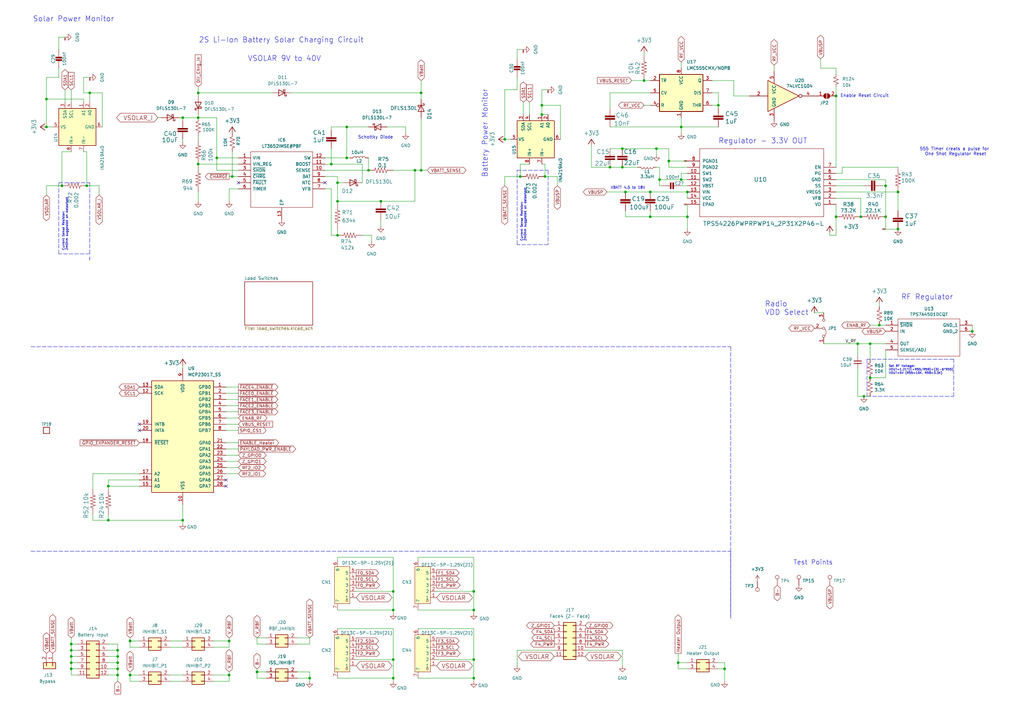
<source format=kicad_sch>
(kicad_sch (version 20250114) (generator "eeschema") (generator_version "9.0")
  (paper "A3")
  (text "Regulator - 3.3V OUT" (at 294.64 59.182 0) (effects (font (size 2.159 2.159)) (justify left bottom)))
  (text "555 Timer creats a pulse for \nOne Shot Regulator Reset" (at 391.922 62.23 0) (effects (font (size 1.27 1.27))))
  (text "Solar Power Monitor" (at 13.462 9.144 0) (effects (font (size 2.159 2.159)) (justify left bottom)))
  (text "Radio\nVDD Select" (at 313.69 129.54 0) (effects (font (size 2.159 2.159)) (justify left bottom)))
  (text "Current Sense Resistor:\n2mOhm suggested on datasheet\n" (at 215.9 99.06 90) (effects (font (size 0.889 0.889)) (justify left bottom)))
  (text "Set RF Voltage:\nVOUT=1.21*(1+R55/R59)+(3E-6*R55)\nVOUT=5V (R55=10K, R59=3.3K)\n" (at 364.49 153.67 0) (effects (font (size 0.889 0.889)) (justify left bottom)))
  (text "Battery Power Monitor" (at 200.152 72.898 90) (effects (font (size 2.159 2.159)) (justify left bottom)))
  (text "VBATT 4.5 to 18V" (at 250.444 77.724 0) (effects (font (size 1.0668 1.0668)) (justify left bottom)))
  (text "VSOLAR 9V to 40V" (at 101.6 25.4 0) (effects (font (size 2.159 2.159)) (justify left bottom)))
  (text "RF Regulator" (at 369.57 123.19 0) (effects (font (size 2.159 2.159)) (justify left bottom)))
  (text "Enable Reset Circuit" (at 354.584 39.37 0) (effects (font (size 1.27 1.27))))
  (text "2S Li-Ion Battery Solar Charging Circuit" (at 81.534 17.78 0) (effects (font (size 2.159 2.159)) (justify left bottom)))
  (text "Schottky Diode\n" (at 161.29 57.15 0) (effects (font (size 1.27 1.27)) (justify right bottom)))
  (text "Test Points" (at 325.374 231.902 0) (effects (font (size 1.905 1.905)) (justify left bottom)))
  (text "Current Sense Resistor:\n2mOhm suggested on datasheet\n" (at 27.94 102.87 90) (effects (font (size 0.889 0.889)) (justify left bottom)))
  (junction (at 29.21 271.78))
  (junction (at 93.98 276.86))
  (junction (at 279.4 52.07))
  (junction (at 48.26 276.86))
  (junction (at 35.56 76.2))
  (junction (at 194.31 278.13))
  (junction (at 161.29 270.51))
  (junction (at 29.21 264.16))
  (junction (at 256.54 78.74))
  (junction (at 351.79 140.97))
  (junction (at 81.28 67.31))
  (junction (at 398.78 135.89))
  (junction (at 194.31 242.57))
  (junction (at 161.29 250.19))
  (junction (at 279.4 73.66))
  (junction (at 44.45 213.36))
  (junction (at 194.31 270.51))
  (junction (at 127 278.13))
  (junction (at 194.31 250.19))
  (junction (at 25.4 76.2))
  (junction (at 142.24 64.77))
  (junction (at 250.19 68.58))
  (junction (at 356.87 140.97))
  (junction (at 353.06 88.9))
  (junction (at 53.34 276.86))
  (junction (at 281.94 78.74))
  (junction (at 142.24 52.07))
  (junction (at 222.25 46.99))
  (junction (at 360.68 133.35))
  (junction (at 135.89 67.31))
  (junction (at 156.21 82.55))
  (junction (at 223.52 72.39))
  (junction (at 93.98 262.89))
  (junction (at 342.9 88.9))
  (junction (at 170.18 69.85))
  (junction (at 368.3 78.74))
  (junction (at 48.26 274.32))
  (junction (at 161.29 278.13))
  (junction (at 74.93 48.26))
  (junction (at 95.25 72.39))
  (junction (at 29.21 269.24))
  (junction (at 363.22 88.9))
  (junction (at 342.9 39.37))
  (junction (at 19.05 40.64))
  (junction (at 36.83 38.1))
  (junction (at 138.43 96.52))
  (junction (at 264.16 33.02))
  (junction (at 222.25 43.18))
  (junction (at 255.27 68.58))
  (junction (at 172.72 69.85))
  (junction (at 88.9 64.77))
  (junction (at 363.22 76.2))
  (junction (at 29.21 274.32))
  (junction (at 297.18 274.32))
  (junction (at 53.34 262.89))
  (junction (at 48.26 266.7))
  (junction (at 138.43 74.93))
  (junction (at 255.27 60.96))
  (junction (at 294.64 43.18))
  (junction (at 270.51 73.66))
  (junction (at 266.7 78.74))
  (junction (at 278.13 271.78))
  (junction (at 44.45 199.39))
  (junction (at 266.7 88.9))
  (junction (at 81.28 48.26))
  (junction (at 274.32 66.04))
  (junction (at 354.33 162.56))
  (junction (at 207.01 57.15))
  (junction (at 161.29 242.57))
  (junction (at 368.3 93.98))
  (junction (at 172.72 38.1))
  (junction (at 356.87 154.94))
  (junction (at 29.21 266.7))
  (junction (at 48.26 271.78))
  (junction (at 281.94 88.9))
  (junction (at 213.36 72.39))
  (junction (at 74.93 213.36))
  (junction (at 81.28 38.1))
  (junction (at 105.41 275.59))
  (junction (at 269.24 60.96))
  (junction (at 19.05 52.07))
  (junction (at 151.13 69.85))
  (junction (at 138.43 82.55))
  (junction (at 48.26 269.24))
  (no_connect (at 92.71 199.39))
  (no_connect (at 57.15 176.53))
  (no_connect (at 133.35 74.93))
  (no_connect (at 97.79 74.93))
  (no_connect (at 92.71 196.85))
  (no_connect (at 57.15 173.99))
  (wire (pts (xy 255.27 68.58) (xy 261.62 68.58)))
  (wire (pts (xy 38.1 210.82) (xy 38.1 213.36)))
  (wire (pts (xy 278.13 271.78) (xy 278.13 274.32)))
  (wire (pts (xy 351.79 162.56) (xy 354.33 162.56)))
  (wire (pts (xy 66.04 48.26) (xy 64.77 48.26)))
  (wire (pts (xy 105.41 261.62) (xy 105.41 264.16)))
  (wire (pts (xy 35.56 76.2) (xy 35.56 62.23)))
  (wire (pts (xy 93.98 265.43) (xy 93.98 262.89)))
  (wire (pts (xy 48.26 269.24) (xy 48.26 271.78)))
  (wire (pts (xy 105.41 264.16) (xy 109.22 264.16)))
  (wire (pts (xy 19.05 52.07) (xy 21.59 52.07)))
  (wire (pts (xy 29.21 269.24) (xy 29.21 271.78)))
  (wire (pts (xy 279.4 25.4) (xy 279.4 27.94)))
  (wire (pts (xy 256.54 78.74) (xy 248.92 78.74)))
  (wire (pts (xy 223.52 67.31) (xy 222.25 67.31)))
  (wire (pts (xy 34.29 38.1) (xy 34.29 31.75)))
  (wire (pts (xy 194.31 279.4) (xy 194.31 278.13)))
  (wire (pts (xy 279.4 52.07) (xy 279.4 48.26)))
  (wire (pts (xy 259.08 33.02) (xy 264.16 33.02)))
  (wire (pts (xy 29.21 271.78) (xy 31.75 271.78)))
  (wire (pts (xy 363.22 76.2) (xy 363.22 88.9)))
  (wire (pts (xy 29.21 266.7) (xy 29.21 269.24)))
  (wire (pts (xy 40.64 80.01) (xy 40.64 76.2)))
  (wire (pts (xy 274.32 66.04) (xy 274.32 68.58)))
  (wire (pts (xy 81.28 67.31) (xy 97.79 67.31)))
  (wire (pts (xy 105.41 278.13) (xy 109.22 278.13)))
  (wire (pts (xy 38.1 194.31) (xy 57.15 194.31)))
  (wire (pts (xy 170.18 69.85) (xy 161.29 69.85)))
  (wire (pts (xy 69.85 279.4) (xy 74.93 279.4)))
  (wire (pts (xy 138.43 278.13) (xy 161.29 278.13)))
  (wire (pts (xy 138.43 96.52) (xy 135.89 96.52)))
  (wire (pts (xy 138.43 228.6) (xy 138.43 229.87)))
  (wire (pts (xy 353.06 81.28) (xy 353.06 88.9)))
  (wire (pts (xy 171.45 278.13) (xy 194.31 278.13)))
  (wire (pts (xy 25.4 76.2) (xy 19.05 76.2)))
  (wire (pts (xy 41.91 38.1) (xy 36.83 38.1)))
  (wire (pts (xy 44.45 264.16) (xy 48.26 264.16)))
  (wire (pts (xy 135.89 52.07) (xy 135.89 53.34)))
  (polyline (pts (xy 36.83 105.41) (xy 36.83 106.68)))
  (wire (pts (xy 250.19 52.07) (xy 279.4 52.07)))
  (wire (pts (xy 53.34 262.89) (xy 53.34 265.43)))
  (wire (pts (xy 351.79 146.05) (xy 351.79 140.97)))
  (wire (pts (xy 142.24 64.77) (xy 143.51 64.77)))
  (wire (pts (xy 292.1 38.1) (xy 294.64 38.1)))
  (wire (pts (xy 121.92 278.13) (xy 127 278.13)))
  (wire (pts (xy 212.09 20.32) (xy 212.09 24.13)))
  (wire (pts (xy 250.19 38.1) (xy 266.7 38.1)))
  (wire (pts (xy 105.41 274.32) (xy 105.41 275.59)))
  (wire (pts (xy 172.72 48.26) (xy 172.72 69.85)))
  (polyline (pts (xy 24.13 74.93) (xy 36.83 74.93)) (stroke (width 0) (type dash)))
  (wire (pts (xy 44.45 269.24) (xy 48.26 269.24)))
  (wire (pts (xy 95.25 62.23) (xy 95.25 72.39)))
  (wire (pts (xy 81.28 38.1) (xy 81.28 39.37)))
  (wire (pts (xy 92.71 176.53) (xy 97.79 176.53)))
  (wire (pts (xy 363.22 154.94) (xy 363.22 143.51)))
  (wire (pts (xy 368.3 68.58) (xy 345.44 68.58)))
  (wire (pts (xy 44.45 210.82) (xy 44.45 213.36)))
  (wire (pts (xy 74.93 48.26) (xy 81.28 48.26)))
  (wire (pts (xy 281.94 81.28) (xy 281.94 78.74)))
  (wire (pts (xy 161.29 251.46) (xy 161.29 250.19)))
  (wire (pts (xy 48.26 264.16) (xy 48.26 266.7)))
  (wire (pts (xy 223.52 72.39) (xy 228.6 72.39)))
  (wire (pts (xy 26.67 15.24) (xy 24.13 15.24)))
  (wire (pts (xy 270.51 73.66) (xy 279.4 73.66)))
  (wire (pts (xy 36.83 38.1) (xy 34.29 38.1)))
  (wire (pts (xy 156.21 82.55) (xy 170.18 82.55)))
  (wire (pts (xy 207.01 57.15) (xy 209.55 57.15)))
  (wire (pts (xy 74.93 57.15) (xy 74.93 58.42)))
  (wire (pts (xy 88.9 69.85) (xy 97.79 69.85)))
  (wire (pts (xy 194.31 257.81) (xy 194.31 270.51)))
  (wire (pts (xy 156.21 90.17) (xy 156.21 92.71)))
  (wire (pts (xy 337.82 140.97) (xy 351.79 140.97)))
  (wire (pts (xy 48.26 276.86) (xy 48.26 279.4)))
  (wire (pts (xy 222.25 46.99) (xy 224.79 46.99)))
  (wire (pts (xy 74.93 214.63) (xy 74.93 213.36)))
  (wire (pts (xy 217.17 46.99) (xy 217.17 41.91)))
  (wire (pts (xy 161.29 257.81) (xy 161.29 270.51)))
  (wire (pts (xy 53.34 275.59) (xy 53.34 276.86)))
  (wire (pts (xy 93.98 72.39) (xy 95.25 72.39)))
  (polyline (pts (xy 391.16 162.56) (xy 391.16 147.32)) (stroke (width 0) (type dash)))
  (wire (pts (xy 148.59 67.31) (xy 148.59 74.93)))
  (wire (pts (xy 93.98 275.59) (xy 93.98 276.86)))
  (wire (pts (xy 138.43 82.55) (xy 138.43 83.82)))
  (wire (pts (xy 363.22 73.66) (xy 363.22 76.2)))
  (polyline (pts (xy 12.7 142.24) (xy 299.72 142.24)) (stroke (width 0) (type dash)))
  (wire (pts (xy 26.67 41.91) (xy 26.67 36.83)))
  (wire (pts (xy 279.4 54.61) (xy 279.4 52.07)))
  (polyline (pts (xy 224.79 100.33) (xy 212.09 100.33)) (stroke (width 0) (type dash)))
  (polyline (pts (xy 299.72 142.24) (xy 299.72 254)) (stroke (width 0) (type dash)))
  (wire (pts (xy 93.98 261.62) (xy 93.98 262.89)))
  (wire (pts (xy 342.9 78.74) (xy 368.3 78.74)))
  (wire (pts (xy 266.7 88.9) (xy 281.94 88.9)))
  (wire (pts (xy 336.55 27.94) (xy 336.55 24.13)))
  (polyline (pts (xy 212.09 69.85) (xy 224.79 69.85)) (stroke (width 0) (type dash)))
  (wire (pts (xy 135.89 96.52) (xy 135.89 77.47)))
  (wire (pts (xy 133.35 64.77) (xy 142.24 64.77)))
  (wire (pts (xy 48.26 274.32) (xy 48.26 276.86)))
  (wire (pts (xy 281.94 88.9) (xy 281.94 93.98)))
  (wire (pts (xy 34.29 41.91) (xy 34.29 40.64)))
  (wire (pts (xy 92.71 189.23) (xy 97.79 189.23)))
  (wire (pts (xy 229.87 43.18) (xy 222.25 43.18)))
  (wire (pts (xy 97.79 72.39) (xy 95.25 72.39)))
  (wire (pts (xy 138.43 74.93) (xy 138.43 82.55)))
  (wire (pts (xy 227.33 266.7) (xy 212.09 266.7)))
  (wire (pts (xy 264.16 33.02) (xy 266.7 33.02)))
  (wire (pts (xy 92.71 186.69) (xy 97.79 186.69)))
  (wire (pts (xy 345.44 68.58) (xy 345.44 71.12)))
  (wire (pts (xy 360.68 124.46) (xy 360.68 125.73)))
  (wire (pts (xy 269.24 60.96) (xy 274.32 60.96)))
  (wire (pts (xy 133.35 72.39) (xy 138.43 72.39)))
  (wire (pts (xy 81.28 35.56) (xy 81.28 38.1)))
  (wire (pts (xy 340.36 96.52) (xy 340.36 95.25)))
  (wire (pts (xy 69.85 262.89) (xy 74.93 262.89)))
  (wire (pts (xy 53.34 261.62) (xy 53.34 262.89)))
  (wire (pts (xy 342.9 88.9) (xy 342.9 96.52)))
  (wire (pts (xy 213.36 72.39) (xy 213.36 67.31)))
  (wire (pts (xy 242.57 59.69) (xy 242.57 68.58)))
  (wire (pts (xy 278.13 267.97) (xy 278.13 271.78)))
  (wire (pts (xy 194.31 278.13) (xy 194.31 270.51)))
  (wire (pts (xy 53.34 279.4) (xy 57.15 279.4)))
  (wire (pts (xy 266.7 88.9) (xy 266.7 86.36)))
  (wire (pts (xy 74.93 49.53) (xy 74.93 48.26)))
  (wire (pts (xy 121.92 275.59) (xy 127 275.59)))
  (wire (pts (xy 127 261.62) (xy 127 264.16)))
  (wire (pts (xy 172.72 69.85) (xy 175.26 69.85)))
  (wire (pts (xy 73.66 48.26) (xy 74.93 48.26)))
  (wire (pts (xy 29.21 41.91) (xy 29.21 36.83)))
  (wire (pts (xy 158.75 52.07) (xy 166.37 52.07)))
  (wire (pts (xy 29.21 269.24) (xy 31.75 269.24)))
  (wire (pts (xy 363.22 93.98) (xy 363.22 88.9)))
  (wire (pts (xy 172.72 33.02) (xy 172.72 38.1)))
  (wire (pts (xy 92.71 184.15) (xy 97.79 184.15)))
  (wire (pts (xy 148.59 96.52) (xy 152.4 96.52)))
  (wire (pts (xy 127 278.13) (xy 127 279.4)))
  (wire (pts (xy 135.89 77.47) (xy 133.35 77.47)))
  (wire (pts (xy 171.45 257.81) (xy 194.31 257.81)))
  (wire (pts (xy 212.09 266.7) (xy 212.09 273.05)))
  (wire (pts (xy 138.43 82.55) (xy 156.21 82.55)))
  (wire (pts (xy 292.1 33.02) (xy 300.99 33.02)))
  (wire (pts (xy 342.9 76.2) (xy 354.33 76.2)))
  (wire (pts (xy 44.45 213.36) (xy 74.93 213.36)))
  (wire (pts (xy 264.16 43.18) (xy 266.7 43.18)))
  (wire (pts (xy 269.24 68.58) (xy 270.51 68.58)))
  (wire (pts (xy 81.28 67.31) (xy 81.28 68.58)))
  (wire (pts (xy 194.31 242.57) (xy 179.07 242.57)))
  (wire (pts (xy 212.09 31.75) (xy 212.09 36.83)))
  (wire (pts (xy 57.15 199.39) (xy 44.45 199.39)))
  (wire (pts (xy 342.9 73.66) (xy 363.22 73.66)))
  (wire (pts (xy 354.33 162.56) (xy 356.87 162.56)))
  (wire (pts (xy 279.4 52.07) (xy 294.64 52.07)))
  (wire (pts (xy 69.85 265.43) (xy 74.93 265.43)))
  (wire (pts (xy 294.64 271.78) (xy 297.18 271.78)))
  (wire (pts (xy 223.52 72.39) (xy 223.52 67.31)))
  (wire (pts (xy 170.18 69.85) (xy 172.72 69.85)))
  (wire (pts (xy 97.79 77.47) (xy 93.98 77.47)))
  (wire (pts (xy 161.29 242.57) (xy 146.05 242.57)))
  (wire (pts (xy 342.9 83.82) (xy 342.9 88.9)))
  (wire (pts (xy 361.95 76.2) (xy 363.22 76.2)))
  (wire (pts (xy 35.56 62.23) (xy 34.29 62.23)))
  (wire (pts (xy 138.43 72.39) (xy 138.43 74.93)))
  (wire (pts (xy 229.87 57.15) (xy 229.87 43.18)))
  (wire (pts (xy 135.89 67.31) (xy 133.35 67.31)))
  (polyline (pts (xy 24.13 104.14) (xy 24.13 74.93)) (stroke (width 0) (type dash)))
  (wire (pts (xy 171.45 228.6) (xy 194.31 228.6)))
  (wire (pts (xy 161.29 242.57) (xy 161.29 250.19)))
  (polyline (pts (xy 355.6 147.32) (xy 355.6 162.56)) (stroke (width 0) (type dash)))
  (wire (pts (xy 92.71 194.31) (xy 97.79 194.31)))
  (wire (pts (xy 294.64 274.32) (xy 297.18 274.32)))
  (wire (pts (xy 97.79 163.83) (xy 92.71 163.83)))
  (wire (pts (xy 240.03 266.7) (xy 255.27 266.7)))
  (wire (pts (xy 214.63 20.32) (xy 212.09 20.32)))
  (wire (pts (xy 133.35 69.85) (xy 151.13 69.85)))
  (wire (pts (xy 274.32 68.58) (xy 281.94 68.58)))
  (wire (pts (xy 19.05 80.01) (xy 19.05 76.2)))
  (wire (pts (xy 138.43 250.19) (xy 161.29 250.19)))
  (wire (pts (xy 317.5 26.67) (xy 317.5 29.21)))
  (wire (pts (xy 342.9 96.52) (xy 340.36 96.52)))
  (polyline (pts (xy 224.79 69.85) (xy 224.79 100.33)) (stroke (width 0) (type dash)))
  (polyline (pts (xy 391.16 147.32) (xy 355.6 147.32)) (stroke (width 0) (type dash)))
  (wire (pts (xy 342.9 39.37) (xy 342.9 68.58)))
  (wire (pts (xy 151.13 64.77) (xy 151.13 69.85)))
  (wire (pts (xy 135.89 60.96) (xy 135.89 67.31)))
  (wire (pts (xy 194.31 250.19) (xy 194.31 242.57)))
  (wire (pts (xy 44.45 266.7) (xy 48.26 266.7)))
  (wire (pts (xy 250.19 68.58) (xy 255.27 68.58)))
  (wire (pts (xy 138.43 257.81) (xy 161.29 257.81)))
  (wire (pts (xy 161.29 278.13) (xy 161.29 279.4)))
  (wire (pts (xy 170.18 82.55) (xy 170.18 69.85)))
  (wire (pts (xy 121.92 261.62) (xy 127 261.62)))
  (wire (pts (xy 81.28 46.99) (xy 81.28 48.26)))
  (wire (pts (xy 152.4 96.52) (xy 152.4 99.06)))
  (wire (pts (xy 97.79 168.91) (xy 92.71 168.91)))
  (wire (pts (xy 105.41 261.62) (xy 109.22 261.62)))
  (wire (pts (xy 25.4 76.2) (xy 25.4 62.23)))
  (wire (pts (xy 368.3 78.74) (xy 368.3 86.36)))
  (wire (pts (xy 138.43 93.98) (xy 138.43 96.52)))
  (wire (pts (xy 31.75 274.32) (xy 29.21 274.32)))
  (wire (pts (xy 142.24 64.77) (xy 142.24 52.07)))
  (wire (pts (xy 24.13 31.75) (xy 19.05 31.75)))
  (wire (pts (xy 93.98 77.47) (xy 93.98 82.55)))
  (wire (pts (xy 97.79 158.75) (xy 92.71 158.75)))
  (wire (pts (xy 88.9 64.77) (xy 97.79 64.77)))
  (wire (pts (xy 363.22 93.98) (xy 368.3 93.98)))
  (wire (pts (xy 19.05 52.07) (xy 19.05 40.64)))
  (wire (pts (xy 194.31 251.46) (xy 194.31 250.19)))
  (wire (pts (xy 81.28 38.1) (xy 111.76 38.1)))
  (wire (pts (xy 53.34 262.89) (xy 57.15 262.89)))
  (wire (pts (xy 250.19 44.45) (xy 250.19 38.1)))
  (wire (pts (xy 300.99 39.37) (xy 307.34 39.37)))
  (polyline (pts (xy 36.83 105.41) (xy 36.83 106.68)))
  (wire (pts (xy 87.63 265.43) (xy 93.98 265.43)))
  (wire (pts (xy 342.9 35.56) (xy 342.9 39.37)))
  (wire (pts (xy 74.93 149.86) (xy 74.93 151.13)))
  (wire (pts (xy 242.57 68.58) (xy 250.19 68.58)))
  (wire (pts (xy 38.1 200.66) (xy 38.1 194.31)))
  (wire (pts (xy 334.01 128.27) (xy 337.82 128.27)))
  (wire (pts (xy 25.4 62.23) (xy 29.21 62.23)))
  (wire (pts (xy 93.98 262.89) (xy 87.63 262.89)))
  (wire (pts (xy 44.45 199.39) (xy 44.45 200.66)))
  (wire (pts (xy 36.83 31.75) (xy 34.29 31.75)))
  (wire (pts (xy 53.34 276.86) (xy 53.34 279.4)))
  (wire (pts (xy 356.87 147.32) (xy 356.87 140.97)))
  (wire (pts (xy 48.26 271.78) (xy 48.26 274.32)))
  (wire (pts (xy 74.93 213.36) (xy 74.93 207.01)))
  (wire (pts (xy 266.7 78.74) (xy 281.94 78.74)))
  (wire (pts (xy 36.83 41.91) (xy 36.83 38.1)))
  (wire (pts (xy 222.25 43.18) (xy 222.25 36.83)))
  (wire (pts (xy 297.18 271.78) (xy 297.18 274.32)))
  (wire (pts (xy 351.79 151.13) (xy 351.79 162.56)))
  (wire (pts (xy 356.87 140.97) (xy 363.22 140.97)))
  (wire (pts (xy 87.63 279.4) (xy 93.98 279.4)))
  (polyline (pts (xy 36.83 104.14) (xy 24.13 104.14)) (stroke (width 0) (type dash)))
  (wire (pts (xy 97.79 171.45) (xy 92.71 171.45)))
  (wire (pts (xy 35.56 76.2) (xy 40.64 76.2)))
  (wire (pts (xy 213.36 67.31) (xy 217.17 67.31)))
  (wire (pts (xy 44.45 271.78) (xy 48.26 271.78)))
  (wire (pts (xy 81.28 48.26) (xy 88.9 48.26)))
  (wire (pts (xy 29.21 266.7) (xy 31.75 266.7)))
  (wire (pts (xy 356.87 133.35) (xy 360.68 133.35)))
  (wire (pts (xy 44.45 196.85) (xy 44.45 199.39)))
  (wire (pts (xy 278.13 271.78) (xy 281.94 271.78)))
  (wire (pts (xy 24.13 15.24) (xy 24.13 20.32)))
  (wire (pts (xy 29.21 264.16) (xy 31.75 264.16)))
  (wire (pts (xy 81.28 78.74) (xy 81.28 82.55)))
  (wire (pts (xy 105.41 275.59) (xy 105.41 278.13)))
  (wire (pts (xy 161.29 228.6) (xy 161.29 242.57)))
  (wire (pts (xy 300.99 33.02) (xy 300.99 39.37)))
  (wire (pts (xy 97.79 166.37) (xy 92.71 166.37)))
  (polyline (pts (xy 36.83 74.93) (xy 36.83 104.14)) (stroke (width 0) (type dash)))
  (wire (pts (xy 279.4 73.66) (xy 279.4 71.12)))
  (wire (pts (xy 255.27 60.96) (xy 269.24 60.96)))
  (wire (pts (xy 142.24 52.07) (xy 151.13 52.07)))
  (wire (pts (xy 294.64 38.1) (xy 294.64 43.18)))
  (wire (pts (xy 270.51 76.2) (xy 270.51 73.66)))
  (wire (pts (xy 138.43 74.93) (xy 140.97 74.93)))
  (wire (pts (xy 250.19 60.96) (xy 255.27 60.96)))
  (wire (pts (xy 127 275.59) (xy 127 278.13)))
  (wire (pts (xy 171.45 250.19) (xy 194.31 250.19)))
  (wire (pts (xy 278.13 274.32) (xy 281.94 274.32)))
  (wire (pts (xy 294.64 43.18) (xy 294.64 44.45)))
  (wire (pts (xy 270.51 73.66) (xy 270.51 68.58)))
  (wire (pts (xy 161.29 270.51) (xy 161.29 278.13)))
  (wire (pts (xy 29.21 274.32) (xy 29.21 271.78)))
  (wire (pts (xy 269.24 63.5) (xy 269.24 60.96)))
  (wire (pts (xy 256.54 88.9) (xy 266.7 88.9)))
  (wire (pts (xy 270.51 76.2) (xy 271.78 76.2)))
  (polyline (pts (xy 299.72 226.06) (xy 299.72 252.73)))
  (wire (pts (xy 214.63 46.99) (xy 214.63 41.91)))
  (wire (pts (xy 105.41 275.59) (xy 109.22 275.59)))
  (wire (pts (xy 138.43 228.6) (xy 161.29 228.6)))
  (wire (pts (xy 53.34 265.43) (xy 57.15 265.43)))
  (wire (pts (xy 194.31 228.6) (xy 194.31 242.57)))
  (wire (pts (xy 97.79 161.29) (xy 92.71 161.29)))
  (wire (pts (xy 29.21 276.86) (xy 29.21 274.32)))
  (wire (pts (xy 121.92 264.16) (xy 127 264.16)))
  (wire (pts (xy 279.4 76.2) (xy 281.94 76.2)))
  (wire (pts (xy 255.27 266.7) (xy 255.27 273.05)))
  (wire (pts (xy 29.21 261.62) (xy 29.21 264.16)))
  (polyline (pts (xy 12.7 226.06) (xy 299.72 226.06)) (stroke (width 0) (type dash)))
  (wire (pts (xy 274.32 60.96) (xy 274.32 66.04)))
  (wire (pts (xy 31.75 276.86) (xy 29.21 276.86)))
  (wire (pts (xy 44.45 276.86) (xy 48.26 276.86)))
  (wire (pts (xy 342.9 27.94) (xy 336.55 27.94)))
  (wire (pts (xy 29.21 264.16) (xy 29.21 266.7)))
  (wire (pts (xy 88.9 48.26) (xy 88.9 64.77)))
  (wire (pts (xy 281.94 66.04) (xy 274.32 66.04)))
  (wire (pts (xy 228.6 76.2) (xy 228.6 72.39)))
  (wire (pts (xy 97.79 181.61) (xy 92.71 181.61)))
  (wire (pts (xy 207.01 57.15) (xy 207.01 36.83)))
  (wire (pts (xy 24.13 27.94) (xy 24.13 31.75)))
  (wire (pts (xy 281.94 71.12) (xy 279.4 71.12)))
  (wire (pts (xy 292.1 43.18) (xy 294.64 43.18)))
  (wire (pts (xy 69.85 276.86) (xy 74.93 276.86)))
  (wire (pts (xy 38.1 213.36) (xy 44.45 213.36)))
  (wire (pts (xy 93.98 276.86) (xy 87.63 276.86)))
  (wire (pts (xy 148.59 67.31) (xy 135.89 67.31)))
  (wire (pts (xy 53.34 276.86) (xy 57.15 276.86)))
  (wire (pts (xy 345.44 71.12) (xy 342.9 71.12)))
  (wire (pts (xy 88.9 64.77) (xy 88.9 69.85)))
  (wire (pts (xy 264.16 21.59) (xy 264.16 22.86)))
  (wire (pts (xy 212.09 36.83) (xy 207.01 36.83)))
  (wire (pts (xy 360.68 133.35) (xy 363.22 133.35)))
  (wire (pts (xy 224.79 36.83) (xy 222.25 36.83)))
  (wire (pts (xy 256.54 88.9) (xy 256.54 86.36)))
  (wire (pts (xy 48.26 266.7) (xy 48.26 269.24)))
  (wire (pts (xy 97.79 173.99) (xy 92.71 173.99)))
  (wire (pts (xy 207.01 76.2) (xy 207.01 72.39)))
  (wire (pts (xy 34.29 40.64) (xy 19.05 40.64)))
  (wire (pts (xy 281.94 73.66) (xy 279.4 73.66)))
  (wire (pts (xy 213.36 72.39) (xy 207.01 72.39)))
  (wire (pts (xy 119.38 38.1) (xy 172.72 38.1)))
  (wire (pts (xy 356.87 154.94) (xy 363.22 154.94)))
  (wire (pts (xy 44.45 274.32) (xy 48.26 274.32)))
  (wire (pts (xy 256.54 78.74) (xy 266.7 78.74)))
  (wire (pts (xy 342.9 27.94) (xy 342.9 30.48)))
  (wire (pts (xy 194.31 270.51) (xy 179.07 270.51)))
  (wire (pts (xy 81.28 55.88) (xy 81.28 57.15)))
  (polyline (pts (xy 355.6 162.56) (xy 391.16 162.56)) (stroke (width 0) (type dash)))
  (wire (pts (xy 342.9 81.28) (xy 353.06 81.28)))
  (wire (pts (xy 146.05 270.51) (xy 161.29 270.51)))
  (polyline (pts (xy 212.09 100.33) (xy 212.09 69.85)) (stroke (width 0) (type dash)))
  (wire (pts (xy 19.05 40.64) (xy 19.05 31.75)))
  (wire (pts (xy 171.45 229.87) (xy 171.45 228.6)))
  (wire (pts (xy 41.91 52.07) (xy 41.91 38.1)))
  (wire (pts (xy 297.18 274.32) (xy 297.18 279.4)))
  (wire (pts (xy 172.72 38.1) (xy 172.72 40.64)))
  (wire (pts (xy 351.79 140.97) (xy 356.87 140.97)))
  (wire (pts (xy 57.15 196.85) (xy 44.45 196.85)))
  (wire (pts (xy 92.71 191.77) (xy 97.79 191.77)))
  (wire (pts (xy 93.98 279.4) (xy 93.98 276.86)))
  (wire (pts (xy 166.37 52.07) (xy 166.37 54.61)))
  (wire (pts (xy 398.78 135.89) (xy 398.78 133.35)))
  (wire (pts (xy 281.94 83.82) (xy 281.94 88.9)))
  (wire (pts (xy 142.24 52.07) (xy 135.89 52.07)))
  (wire (pts (xy 222.25 46.99) (xy 222.25 43.18)))
  (label "V_RF" (at 346.71 140.97 0))
  (global_label "VBatt" (shape bidirectional) (at 172.72 33.02 90) (property "Intersheetrefs" "${INTERSHEET_REFS}" (effects (hide yes))))
  (global_label "Heater Output" (shape output) (at 278.13 267.97 90) (property "Intersheetrefs" "${INTERSHEET_REFS}" (effects (hide yes))))
  (global_label "Dir_Chrg_In" (shape input) (at 81.28 35.56 90) (property "Intersheetrefs" "${INTERSHEET_REFS}" (effects (hide yes))))
  (global_label "VBUSP" (shape bidirectional) (at 340.36 240.03 270) (property "Intersheetrefs" "${INTERSHEET_REFS}" (effects (hide yes))))
  (global_label "~{FACE2_ENABLE}" (shape output) (at 97.79 166.37 0) (property "Intersheetrefs" "${INTERSHEET_REFS}" (effects (hide yes))))
  (global_label "V_RBF" (shape bidirectional) (at 93.98 261.62 90) (property "Intersheetrefs" "${INTERSHEET_REFS}" (effects (hide yes))))
  (global_label "Z_GPIO1" (shape bidirectional) (at 227.33 256.54 180) (property "Intersheetrefs" "${INTERSHEET_REFS}" (effects (hide yes))))
  (global_label "F3_SCL" (shape output) (at 179.07 265.43 0) (property "Intersheetrefs" "${INTERSHEET_REFS}" (effects (hide yes))))
  (global_label "GND" (shape bidirectional) (at 281.94 83.82 180) (effects (font (size 0.254 0.254))) (property "Intersheetrefs" "${INTERSHEET_REFS}" (effects (hide yes))))
  (global_label "SDA1" (shape bidirectional) (at 26.67 36.83 90) (property "Intersheetrefs" "${INTERSHEET_REFS}" (effects (hide yes))))
  (global_label "F0_PWR" (shape output) (at 146.05 240.03 0) (property "Intersheetrefs" "${INTERSHEET_REFS}" (effects (hide yes))))
  (global_label "Z_GPIO0" (shape bidirectional) (at 97.79 186.69 0) (property "Intersheetrefs" "${INTERSHEET_REFS}" (effects (hide yes))))
  (global_label "F4_SCL" (shape output) (at 227.33 261.62 180) (property "Intersheetrefs" "${INTERSHEET_REFS}" (effects (hide yes))))
  (global_label "RF2_IO1" (shape bidirectional) (at 97.79 194.31 0) (property "Intersheetrefs" "${INTERSHEET_REFS}" (effects (hide yes))))
  (global_label "Z_GPIO0" (shape bidirectional) (at 240.03 256.54 0) (property "Intersheetrefs" "${INTERSHEET_REFS}" (effects (hide yes))))
  (global_label "F3_SDA" (shape output) (at 179.07 262.89 0) (property "Intersheetrefs" "${INTERSHEET_REFS}" (effects (hide yes))))
  (global_label "VBUSP" (shape bidirectional) (at 336.55 24.13 90) (property "Intersheetrefs" "${INTERSHEET_REFS}" (effects (hide yes))))
  (global_label "F4_SCL" (shape output) (at 240.03 261.62 0) (property "Intersheetrefs" "${INTERSHEET_REFS}" (effects (hide yes))))
  (global_label "SCL1" (shape input) (at 29.21 36.83 90) (property "Intersheetrefs" "${INTERSHEET_REFS}" (effects (hide yes))))
  (global_label "F0_SDA" (shape output) (at 146.05 234.95 0) (property "Intersheetrefs" "${INTERSHEET_REFS}" (effects (hide yes))))
  (global_label "F4_SDA" (shape output) (at 240.03 259.08 0) (property "Intersheetrefs" "${INTERSHEET_REFS}" (effects (hide yes))))
  (global_label "B-" (shape input) (at 48.26 279.4 270) (property "Intersheetrefs" "${INTERSHEET_REFS}" (effects (hide yes))))
  (global_label "GND" (shape bidirectional) (at 36.83 31.75 270) (effects (font (size 0.254 0.254))) (property "Intersheetrefs" "${INTERSHEET_REFS}" (effects (hide yes))))
  (global_label "RF_VCC" (shape bidirectional) (at 334.01 134.62 180) (property "Intersheetrefs" "${INTERSHEET_REFS}" (effects (hide yes))))
  (global_label "VBUS_RESET" (shape input) (at 259.08 33.02 180) (property "Intersheetrefs" "${INTERSHEET_REFS}" (effects (hide yes))))
  (global_label "SCL1" (shape input) (at 217.17 41.91 90) (property "Intersheetrefs" "${INTERSHEET_REFS}" (effects (hide yes))))
  (global_label "VBATT_SENSE" (shape bidirectional) (at 21.59 267.97 90) (property "Intersheetrefs" "${INTERSHEET_REFS}" (effects (hide yes))))
  (global_label "F2_SCL" (shape output) (at 146.05 265.43 0) (property "Intersheetrefs" "${INTERSHEET_REFS}" (effects (hide yes))))
  (global_label "~{GPIO_EXPANDER_RESET}" (shape input) (at 57.15 181.61 180) (property "Intersheetrefs" "${INTERSHEET_REFS}" (effects (hide yes))))
  (global_label "VBATT_SENSE" (shape bidirectional) (at 127 261.62 90) (property "Intersheetrefs" "${INTERSHEET_REFS}" (effects (hide yes))))
  (global_label "V_RBF" (shape bidirectional) (at 105.41 261.62 90) (property "Intersheetrefs" "${INTERSHEET_REFS}" (effects (hide yes))))
  (global_label "SPI0_CS1" (shape output) (at 97.79 176.53 0) (property "Intersheetrefs" "${INTERSHEET_REFS}" (effects (hide yes))))
  (global_label "~{PAYLOAD_PWR_ENABLE}" (shape output) (at 97.79 184.15 0) (property "Intersheetrefs" "${INTERSHEET_REFS}" (effects (hide yes))))
  (global_label "VSOLAR" (shape bidirectional) (at 227.33 269.24 180) (effects (font (size 1.778 1.778))) (property "Intersheetrefs" "${INTERSHEET_REFS}" (effects (hide yes))))
  (global_label "VBUS_RESET" (shape input) (at 97.79 173.99 0) (property "Intersheetrefs" "${INTERSHEET_REFS}" (effects (hide yes))))
  (global_label "SDA1" (shape bidirectional) (at 214.63 41.91 90) (property "Intersheetrefs" "${INTERSHEET_REFS}" (effects (hide yes))))
  (global_label "VSOLAR" (shape bidirectional) (at 179.07 273.05 0) (effects (font (size 1.778 1.778))) (property "Intersheetrefs" "${INTERSHEET_REFS}" (effects (hide yes))))
  (global_label "F2_PWR" (shape output) (at 146.05 267.97 0) (property "Intersheetrefs" "${INTERSHEET_REFS}" (effects (hide yes))))
  (global_label "~{FACE3_ENABLE}" (shape output) (at 97.79 168.91 0) (property "Intersheetrefs" "${INTERSHEET_REFS}" (effects (hide yes))))
  (global_label "VSOLAR" (shape bidirectional) (at 19.05 80.01 270) (property "Intersheetrefs" "${INTERSHEET_REFS}" (effects (hide yes))))
  (global_label "GND" (shape bidirectional) (at 281.94 66.04 180) (effects (font (size 0.254 0.254))) (property "Intersheetrefs" "${INTERSHEET_REFS}" (effects (hide yes))))
  (global_label "ENAB_RF" (shape bidirectional) (at 356.87 133.35 180) (property "Intersheetrefs" "${INTERSHEET_REFS}" (effects (hide yes))))
  (global_label "V_RBF" (shape bidirectional) (at 93.98 275.59 90) (property "Intersheetrefs" "${INTERSHEET_REFS}" (effects (hide yes))))
  (global_label "~{FACE1_ENABLE}" (shape output) (at 97.79 163.83 0) (property "Intersheetrefs" "${INTERSHEET_REFS}" (effects (hide yes))))
  (global_label "VBATT_SENSE" (shape bidirectional) (at 207.01 76.2 270) (property "Intersheetrefs" "${INTERSHEET_REFS}" (effects (hide yes))))
  (global_label "SDA1" (shape bidirectional) (at 57.15 158.75 180) (property "Intersheetrefs" "${INTERSHEET_REFS}" (effects (hide yes))))
  (global_label "F0_SCL" (shape output) (at 146.05 237.49 0) (property "Intersheetrefs" "${INTERSHEET_REFS}" (effects (hide yes))))
  (global_label "SCL1" (shape bidirectional) (at 57.15 161.29 180) (property "Intersheetrefs" "${INTERSHEET_REFS}" (effects (hide yes))))
  (global_label "GND" (shape bidirectional) (at 214.63 20.32 270) (effects (font (size 0.254 0.254))) (property "Intersheetrefs" "${INTERSHEET_REFS}" (effects (hide yes))))
  (global_label "F1_SDA" (shape output) (at 179.07 234.95 0) (property "Intersheetrefs" "${INTERSHEET_REFS}" (effects (hide yes))))
  (global_label "B-" (shape bidirectional) (at 318.77 240.03 270) (property "Intersheetrefs" "${INTERSHEET_REFS}" (effects (hide yes))))
  (global_label "F4_SDA" (shape output) (at 227.33 259.08 180) (property "Intersheetrefs" "${INTERSHEET_REFS}" (effects (hide yes))))
  (global_label "VSOLAR_I" (shape bidirectional) (at 40.64 80.01 270) (property "Intersheetrefs" "${INTERSHEET_REFS}" (effects (hide yes))))
  (global_label "GND" (shape bidirectional) (at 26.67 15.24 270) (effects (font (size 0.254 0.254))) (property "Intersheetrefs" "${INTERSHEET_REFS}" (effects (hide yes))))
  (global_label "VSOLAR_I" (shape bidirectional) (at 64.77 48.26 180) (effects (font (size 1.778 1.778))) (property "Intersheetrefs" "${INTERSHEET_REFS}" (effects (hide yes))))
  (global_label "VBatt" (shape bidirectional) (at 29.21 261.62 90) (property "Intersheetrefs" "${INTERSHEET_REFS}" (effects (hide yes))))
  (global_label "~{ENABLE_Heater}" (shape output) (at 97.79 181.61 0) (property "Intersheetrefs" "${INTERSHEET_REFS}" (effects (hide yes))))
  (global_label "F4_PWR" (shape output) (at 227.33 264.16 180) (property "Intersheetrefs" "${INTERSHEET_REFS}" (effects (hide yes))))
  (global_label "F1_PWR" (shape output) (at 179.07 240.03 0) (property "Intersheetrefs" "${INTERSHEET_REFS}" (effects (hide yes))))
  (global_label "VBATT_SENSE" (shape bidirectional) (at 175.26 69.85 0) (property "Intersheetrefs" "${INTERSHEET_REFS}" (effects (hide yes))))
  (global_label "Z_GPIO1" (shape bidirectional) (at 97.79 189.23 0) (property "Intersheetrefs" "${INTERSHEET_REFS}" (effects (hide yes))))
  (global_label "RF2_IO2" (shape bidirectional) (at 97.79 191.77 0) (property "Intersheetrefs" "${INTERSHEET_REFS}" (effects (hide yes))))
  (global_label "~{FACE4_ENABLE}" (shape output) (at 97.79 158.75 0) (property "Intersheetrefs" "${INTERSHEET_REFS}" (effects (hide yes))))
  (global_label "VSOLAR" (shape bidirectional) (at 179.07 245.11 0) (effects (font (size 1.778 1.778))) (property "Intersheetrefs" "${INTERSHEET_REFS}" (effects (hide yes))))
  (global_label "VBatt" (shape bidirectional) (at 53.34 275.59 90) (property "Intersheetrefs" "${INTERSHEET_REFS}" (effects (hide yes))))
  (global_label "VBatt" (shape bidirectional) (at 53.34 261.62 90) (property "Intersheetrefs" "${INTERSHEET_REFS}" (effects (hide yes))))
  (global_label "GND" (shape bidirectional) (at 224.79 36.83 270) (effects (font (size 0.254 0.254))) (property "Intersheetrefs" "${INTERSHEET_REFS}" (effects (hide yes))))
  (global_label "RF_VCC" (shape bidirectional) (at 264.16 43.18 180) (property "Intersheetrefs" "${INTERSHEET_REFS}" (effects (hide yes))))
  (global_label "~{CHARGE}" (shape output) (at 93.98 72.39 180) (property "Intersheetrefs" "${INTERSHEET_REFS}" (effects (hide yes))))
  (global_label "F1_SCL" (shape output) (at 179.07 237.49 0) (property "Intersheetrefs" "${INTERSHEET_REFS}" (effects (hide yes))))
  (global_label "VSOLAR" (shape bidirectional) (at 146.05 245.11 0) (effects (font (size 1.778 1.778))) (property "Intersheetrefs" "${INTERSHEET_REFS}" (effects (hide yes))))
  (global_label "VBatt" (shape bidirectional) (at 19.05 267.97 90) (property "Intersheetrefs" "${INTERSHEET_REFS}" (effects (hide yes))))
  (global_label "F2_SDA" (shape output) (at 146.05 262.89 0) (property "Intersheetrefs" "${INTERSHEET_REFS}" (effects (hide yes))))
  (global_label "VBUSP" (shape bidirectional) (at 363.22 135.89 180) (property "Intersheetrefs" "${INTERSHEET_REFS}" (effects (hide yes))))
  (global_label "GND" (shape bidirectional) (at 363.22 93.98 180) (effects (font (size 0.254 0.254))) (property "Intersheetrefs" "${INTERSHEET_REFS}" (effects (hide yes))))
  (global_label "RF_VCC" (shape bidirectional) (at 279.4 25.4 90) (property "Intersheetrefs" "${INTERSHEET_REFS}" (effects (hide yes))))
  (global_label "RF_VCC" (shape bidirectional) (at 317.5 26.67 90) (property "Intersheetrefs" "${INTERSHEET_REFS}" (effects (hide yes))))
  (global_label "F3_PWR" (shape output) (at 179.07 267.97 0) (property "Intersheetrefs" "${INTERSHEET_REFS}" (effects (hide yes))))
  (global_label "F4_PWR" (shape output) (at 240.03 264.16 0) (property "Intersheetrefs" "${INTERSHEET_REFS}" (effects (hide yes))))
  (global_label "B-" (shape bidirectional) (at 105.41 274.32 90) (property "Intersheetrefs" "${INTERSHEET_REFS}" (effects (hide yes))))
  (global_label "VSOLAR" (shape bidirectional) (at 146.05 273.05 0) (effects (font (size 1.778 1.778))) (property "Intersheetrefs" "${INTERSHEET_REFS}" (effects (hide yes))))
  (global_label "~{FACE0_ENABLE}" (shape output) (at 97.79 161.29 0) (property "Intersheetrefs" "${INTERSHEET_REFS}" (effects (hide yes))))
  (global_label "VSOLAR" (shape bidirectional) (at 240.03 269.24 0) (effects (font (size 1.778 1.778))) (property "Intersheetrefs" "${INTERSHEET_REFS}" (effects (hide yes))))
  (global_label "ENAB_RF" (shape bidirectional) (at 97.79 171.45 0) (property "Intersheetrefs" "${INTERSHEET_REFS}" (effects (hide yes))))
  (global_label "VBUSP" (shape bidirectional) (at 228.6 76.2 270) (property "Intersheetrefs" "${INTERSHEET_REFS}" (effects (hide yes))))
  (global_label "VBUSP" (shape bidirectional) (at 248.92 78.74 180) (property "Intersheetrefs" "${INTERSHEET_REFS}" (effects (hide yes))))
  (symbol (lib_id "power:GND") (at 93.98 82.55 0) (unit 1)
    (property "Reference" "#PWR0103" (effects (hide yes)))
    (property "Value" "GND" (at 93.98 87.63 0))
  )
  (symbol (lib_id "Connector:TestPoint") (at 310.642 238.506 180) (unit 1)
    (property "Reference" "TP3" (at 309.1688 240.3348 0) (effects (justify left)))
    (property "Value" "TestPoint" (effects (hide yes)))
    (property "Footprint" "TestPoint:TestPoint_Loop_D1.80mm_Drill1.0mm_Beaded" (effects (hide yes)))
  )
  (symbol (lib_id "Timer:LMC555xM") (at 279.4 38.1 0) (unit 1)
    (property "Reference" "U17" (at 281.5941 25.4 0) (effects (justify left)))
    (property "Value" "LMC555CMX/NOPB" (at 281.5941 27.94 0) (effects (justify left)))
    (property "Footprint" "Package_SO:SOIC-8_3.9x4.9mm_P1.27mm" (effects (hide yes)))
    (property "Datasheet" "https://www.ti.com/lit/ds/symlink/lmc555.pdf" (effects (hide yes)))
    (property "Description" "CMOS Timer, 555 compatible, SOIC-8" (effects (hide yes)))
  )
  (symbol (lib_id "mainboard:R-US_R0603") (at 143.51 96.52 180) (unit 1)
    (property "Reference" "R74" (at 139.7 99.06 0) (effects (font (size 1.4986 1.4986)) (justify right)))
    (property "Value" "412k" (at 139.7 101.6 0) (effects (font (size 1.4986 1.4986)) (justify right)))
    (property "Footprint" "Resistor_SMD:R_0603_1608Metric" (effects (hide yes)))
    (property "Description" "787K 0603" (effects (hide yes)))
  )
  (symbol (lib_id "Connector_Generic:Conn_02x02_Odd_Even") (at 114.3 275.59 0) (unit 1)
    (property "Reference" "J19" (at 115.57 269.24 0))
    (property "Value" "ISS_INHIBIT" (at 115.57 271.78 0))
    (property "Footprint" "Connector_Hirose:Hirose_DF11-4DP-2DSA_2x02_P2.00mm_Vertical" (effects (hide yes)))
    (property "Description" "Generic connector, double row, 02x02, odd/even pin numbering scheme (row 1 odd numbers, row 2 even numbers), script generated (kicad-library-utils/schlib/autogen/connector/)" (effects (hide yes)))
  )
  (symbol (lib_id "Device:C_Small") (at 351.79 148.59 180) (unit 1)
    (property "Reference" "C39" (at 349.4786 147.4216 0) (effects (justify left)))
    (property "Value" "10uF" (at 349.4786 149.733 0) (effects (justify left)))
    (property "Footprint" "Capacitor_SMD:C_0603_1608Metric" (effects (hide yes)))
    (property "Description" "10uF +-20% 10V X5R" (effects (hide yes)))
  )
  (symbol (lib_id "Connector_Generic:Conn_02x06_Odd_Even") (at 36.83 269.24 0) (unit 1)
    (property "Reference" "J14" (at 38.1 257.81 0))
    (property "Value" "Battery Input" (at 38.1 260.35 0))
    (property "Footprint" "Connector_Hirose:Hirose_DF11-12DP-2DSA_2x06_P2.00mm_Vertical" (effects (hide yes)))
    (property "Description" "Generic connector, double row, 02x06, odd/even pin numbering scheme (row 1 odd numbers, row 2 even numbers), script generated (kicad-library-utils/schlib/autogen/connector/)" (effects (hide yes)))
  )
  (symbol (lib_id "power:GND") (at 166.37 54.61 0) (unit 1)
    (property "Reference" "#PWR0108" (effects (hide yes)))
    (property "Value" "GND" (at 166.37 59.69 0))
  )
  (symbol (lib_id "power:GND") (at 255.27 273.05 0) (unit 1)
    (property "Reference" "#PWR091" (effects (hide yes)))
    (property "Value" "GND" (at 255.27 278.13 0))
  )
  (symbol (lib_id "Adafruit ItsyBitsy RP2040-eagle-import:CAP_CERAMIC_0402NO") (at 212.09 29.21 0) (unit 1)
    (property "Reference" "C30" (at 209.8 27.96 90))
    (property "Value" "100nf" (at 214.39 27.96 90))
    (property "Footprint" "Capacitor_SMD:C_0402_1005Metric" (effects (hide yes)))
  )
  (symbol (lib_id "power:GND") (at 224.79 36.83 90) (unit 1)
    (property "Reference" "#PWR0109" (effects (hide yes)))
    (property "Value" "GND" (at 229.87 36.83 0))
  )
  (symbol (lib_id "74xGxx:74LVC1G04") (at 322.58 39.37 0) (unit 1)
    (property "Reference" "U20" (at 327.914 33.02 0))
    (property "Value" "74LVC1G04" (at 327.914 35.306 0))
    (property "Footprint" "easyeda2kicad:SOT-23-5_L3.0-W1.7-P0.95-LS2.8-BR" (effects (hide yes)))
    (property "Datasheet" "https://www.ti.com/lit/ds/symlink/sn74lvc1g04.pdf" (effects (hide yes)))
    (property "Description" "Single NOT Gate, Low-Voltage CMOS" (effects (hide yes)))
  )
  (symbol (lib_id "Device:D_Schottky") (at 172.72 44.45 270) (unit 1)
    (property "Reference" "D14" (at 175.26 44.45 0) (effects (font (size 1.4986 1.4986)) (justify left bottom)))
    (property "Value" "DFLS130L" (at 160.02 45.212 90) (effects (font (size 1.4986 1.4986)) (justify left bottom)))
    (property "Footprint" "Diode_SMD:D_PowerDI-123" (effects (hide yes)))
    (property "Description" "Schottky diode" (effects (hide yes)))
    (property "Flight" "DFLS130L-7" (effects (hide yes)))
    (property "Manufacturer_Name" "Diodes Incorporated" (effects (hide yes)))
    (property "Manufacturer_Part_Number" "DFLS130L-7" (effects (hide yes)))
    (property "Proto" "DFLS130L" (effects (hide yes)))
    (property "DNI" "DNI" (effects (hide yes)))
  )
  (symbol (lib_id "power:GND") (at 161.29 279.4 0) (unit 1)
    (property "Reference" "#PWR073" (effects (hide yes)))
    (property "Value" "GND" (at 164.846 282.194 0))
  )
  (symbol (lib_id "Adafruit ItsyBitsy RP2040-eagle-import:+3V3") (at 95.25 52.07 0) (unit 1)
    (property "Reference" "#+3V019" (effects (hide yes)))
    (property "Value" "+3V3" (at 95.25 49.53 0) (effects (font (size 1.778 1.5113))))
    (property "Footprint" "Adafruit ItsyBitsy RP2040:" (effects (hide yes)))
  )
  (symbol (lib_id "mainboard:1.0UF-0603-16V-10%") (at 294.64 49.53 0) (unit 1)
    (property "Reference" "C45" (at 297.3832 46.7106 0) (effects (font (size 1.778 1.778)) (justify left)))
    (property "Value" "1uF" (at 297.3832 49.784 0) (effects (font (size 1.778 1.778)) (justify left)))
    (property "Footprint" "Capacitor_SMD:C_0603_1608Metric" (effects (hide yes)))
    (property "Description" "1uF 0603 X7R" (effects (hide yes)))
  )
  (symbol (lib_id "power:GND") (at 354.33 162.56 0) (unit 1)
    (property "Reference" "#PWR089" (effects (hide yes)))
    (property "Value" "GND" (at 354.33 167.64 0))
  )
  (symbol (lib_id "mainboard:RESISTOR0603") (at 38.1 205.74 90) (unit 1)
    (property "Reference" "R52" (at 36.322 210.058 0) (effects (font (size 1.778 1.778)) (justify bottom)))
    (property "Value" "10k" (at 34.29 204.47 0) (effects (font (size 1.778 1.778)) (justify top)))
    (property "Footprint" "Resistor_SMD:R_0603_1608Metric" (effects (hide yes)))
    (property "Description" "100K 0603" (effects (hide yes)))
  )
  (symbol (lib_id "mainboard:10UF-0603-6.3V-20%") (at 135.89 58.42 0) (unit 1)
    (property "Reference" "C41" (at 128.27 55.372 0) (effects (font (size 1.778 1.778)) (justify left bottom)))
    (property "Value" "1uF" (at 128.27 58.42 0) (effects (font (size 1.778 1.778)) (justify left bottom)))
    (property "Footprint" "Capacitor_SMD:C_0603_1608Metric" (effects (hide yes)))
    (property "Description" "10uF +-20% 10V X5R" (effects (hide yes)))
  )
  (symbol (lib_id "Device:R_US") (at 356.87 158.75 0) (mirror y) (unit 1)
    (property "Reference" "R64" (at 358.5972 157.5816 0) (effects (justify right)))
    (property "Value" "3.3K" (at 358.5972 159.893 0) (effects (justify right)))
    (property "Footprint" "Resistor_SMD:R_0603_1608Metric" (effects (hide yes)))
    (property "Description" "3.3K 0603" (effects (hide yes)))
  )
  (symbol (lib_id "easyeda2kicad:DF13C-5P-1.25V(21)") (at 171.45 269.24 180) (unit 1)
    (property "Reference" "CN4" (at 168.91 266.6999 0) (effects (justify left)))
    (property "Value" "DF13C-5P-1.25V(21)" (at 194.056 259.588 0) (effects (justify left)))
    (property "Footprint" "easyeda2kicad:CONN-SMD_DF13C-5P-1.25V-21" (effects (hide yes)))
    (property "Datasheet" "https://lcsc.com/product-detail/Connectors_HRS_DF13C-5P-1-25V-21_DF13C-5P-1-25V-5p-1-25mm_C116889.html" (effects (hide yes)))
    (property "LCSC Part" "C116889" (effects (hide yes)))
  )
  (symbol (lib_id "Adafruit ItsyBitsy RP2040-eagle-import:+3V3") (at 334.01 125.73 0) (unit 1)
    (property "Reference" "#+3V018" (effects (hide yes)))
    (property "Value" "+3V3" (at 334.01 123.19 0) (effects (font (size 1.778 1.5113))))
    (property "Footprint" "Adafruit ItsyBitsy RP2040:" (effects (hide yes)))
  )
  (symbol (lib_id "power:GND") (at 161.29 251.46 0) (unit 1)
    (property "Reference" "#PWR069" (effects (hide yes)))
    (property "Value" "GND" (at 164.846 253.492 0))
  )
  (symbol (lib_id "mainboard:1.0UF-0603-16V-10%") (at 368.3 91.44 0) (unit 1)
    (property "Reference" "C37" (at 371.0432 88.6206 0) (effects (font (size 1.778 1.778)) (justify left)))
    (property "Value" "1uF" (at 371.0432 91.694 0) (effects (font (size 1.778 1.778)) (justify left)))
    (property "Footprint" "Capacitor_SMD:C_0603_1608Metric" (effects (hide yes)))
    (property "Description" "1uF 0603 X7R" (effects (hide yes)))
  )
  (symbol (lib_id "mainboard:R-US_R2512") (at 30.48 76.2 180) (unit 1)
    (property "Reference" "R72" (at 27.94 78.74 90) (effects (font (size 1.4986 1.4986)) (justify left bottom)))
    (property "Value" "0.002" (at 30.48 78.74 90) (effects (font (size 1.4986 1.4986)) (justify left bottom)))
    (property "Footprint" "Resistor_SMD:R_2512_6332Metric" (effects (hide yes)))
    (property "Description" "0.1 1% 2W 2512" (effects (hide yes)))
  )
  (symbol (lib_id "mainboard:RESISTOR0603") (at 264.16 27.94 90) (unit 1)
    (property "Reference" "R42" (at 262.636 27.94 0) (effects (font (size 1.778 1.778)) (justify bottom)))
    (property "Value" "10k" (at 257.81 27.94 0) (effects (font (size 1.778 1.778)) (justify top)))
    (property "Footprint" "Resistor_SMD:R_0603_1608Metric" (effects (hide yes)))
    (property "Description" "100K 0603" (effects (hide yes)))
  )
  (symbol (lib_id "power:GND") (at 74.93 58.42 0) (unit 1)
    (property "Reference" "#PWR097" (effects (hide yes)))
    (property "Value" "GND" (at 74.93 63.5 0))
  )
  (symbol (lib_id "Adafruit ItsyBitsy RP2040-eagle-import:+3V3") (at 264.16 19.05 0) (unit 1)
    (property "Reference" "#+3V015" (effects (hide yes)))
    (property "Value" "+3V3" (at 264.16 16.51 0) (effects (font (size 1.778 1.5113))))
    (property "Footprint" "Adafruit ItsyBitsy RP2040:" (effects (hide yes)))
  )
  (symbol (lib_id "Device:D_Schottky") (at 154.94 52.07 0) (unit 1)
    (property "Reference" "D13" (at 154.6225 45.72 0))
    (property "Value" "DFLS130L-7" (at 154.6225 48.26 0))
    (property "Footprint" "Diode_SMD:D_PowerDI-123" (effects (hide yes)))
  )
  (symbol (lib_id "Connector_Generic:Conn_01x02") (at 21.59 273.05 270) (unit 1)
    (property "Reference" "J13" (at 21.59 276.86 90) (effects (justify right)))
    (property "Value" "Bypass" (at 22.86 279.4 90) (effects (justify right)))
    (property "Footprint" "Connector_PinSocket_2.54mm:PinSocket_1x02_P2.54mm_Vertical" (effects (hide yes)))
  )
  (symbol (lib_id "mainboard:10UF-0603-6.3V-20%") (at 74.93 54.61 0) (unit 1)
    (property "Reference" "C40" (at 67.056 55.88 0) (effects (font (size 1.778 1.778)) (justify left bottom)))
    (property "Value" "10uF" (at 66.294 58.42 0) (effects (font (size 1.778 1.778)) (justify left bottom)))
    (property "Footprint" "Capacitor_SMD:C_0603_1608Metric" (effects (hide yes)))
    (property "Description" "10uF +-20% 10V X5R" (effects (hide yes)))
  )
  (symbol (lib_id "Adafruit ItsyBitsy RP2040-eagle-import:+3V3") (at 340.36 92.71 0) (unit 1)
    (property "Reference" "#+3V017" (effects (hide yes)))
    (property "Value" "+3V3" (at 348.996 92.964 0) (effects (font (size 1.778 1.5113))))
    (property "Footprint" "Adafruit ItsyBitsy RP2040:" (effects (hide yes)))
  )
  (symbol (lib_id "Adafruit ItsyBitsy RP2040-eagle-import:+3V3") (at 360.68 121.92 0) (unit 1)
    (property "Reference" "#+3V026" (effects (hide yes)))
    (property "Value" "+3V3" (at 360.68 119.38 0) (effects (font (size 1.778 1.5113))))
    (property "Footprint" "Adafruit ItsyBitsy RP2040:" (effects (hide yes)))
  )
  (symbol (lib_id "Adafruit ItsyBitsy RP2040-eagle-import:+3V3") (at 16.51 52.07 90) (unit 1)
    (property "Reference" "#+3V020" (effects (hide yes)))
    (property "Value" "+3V3" (at 13.97 52.07 0) (effects (font (size 1.778 1.5113))))
    (property "Footprint" "Adafruit ItsyBitsy RP2040:" (effects (hide yes)))
  )
  (symbol (lib_id "Analog_ADC:INA219AxD") (at 31.75 52.07 90) (unit 1)
    (property "Reference" "U14" (at 22.86 58.42 0) (effects (justify left)))
    (property "Value" "INA219AxD" (at 41.91 69.85 0) (effects (justify left)))
    (property "Footprint" "Package_SO:SOIC-8_3.9x4.9mm_P1.27mm" (effects (hide yes)))
    (property "Datasheet" "http://www.ti.com/lit/ds/symlink/ina219.pdf" (effects (hide yes)))
  )
  (symbol (lib_id "Device:R_US") (at 356.87 151.13 0) (mirror y) (unit 1)
    (property "Reference" "R63" (at 358.5972 149.9616 0) (effects (justify right)))
    (property "Value" "10K" (at 358.5972 152.273 0) (effects (justify right)))
    (property "Footprint" "Resistor_SMD:R_0603_1608Metric" (effects (hide yes)))
    (property "Description" "10K 0603" (effects (hide yes)))
  )
  (symbol (lib_id "mainboard:R-US_R0603") (at 138.43 88.9 90) (unit 1)
    (property "Reference" "R71" (at 140.208 87.122 90) (effects (font (size 1.4986 1.4986)) (justify right)))
    (property "Value" "634k" (at 140.208 90.424 90) (effects (font (size 1.4986 1.4986)) (justify right)))
    (property "Footprint" "Resistor_SMD:R_0603_1608Metric" (effects (hide yes)))
    (property "Description" "787K 0603" (effects (hide yes)))
  )
  (symbol (lib_id "mainboard:RESISTOR0603") (at 44.45 205.74 90) (unit 1)
    (property "Reference" "R24" (at 42.672 210.058 0) (effects (font (size 1.778 1.778)) (justify bottom)))
    (property "Value" "10k" (at 40.64 204.47 0) (effects (font (size 1.778 1.778)) (justify top)))
    (property "Footprint" "Resistor_SMD:R_0603_1608Metric" (effects (hide yes)))
    (property "Description" "100K 0603" (effects (hide yes)))
  )
  (symbol (lib_id "Adafruit ItsyBitsy RP2040-eagle-import:CAP_CERAMIC_0402NO") (at 276.86 76.2 90) (unit 1)
    (property "Reference" "C27" (at 278.638 75.184 90))
    (property "Value" "100nf" (at 275.844 72.644 90))
    (property "Footprint" "Capacitor_SMD:C_0402_1005Metric" (effects (hide yes)))
  )
  (symbol (lib_id "oresat-misc:Test-Point-1mm-round") (at 19.05 176.53 180) (unit 1) (exclude_from_sim yes) (in_bom no)
    (property "Reference" "TP18" (at 19.05 173.99 0) (effects (font (size 1.27 1.0795))))
    (property "Value" "Test-Point" (effects (hide yes)))
    (property "Footprint" "oresat-misc:TestPoint_Pad_D1.0mm" (effects (hide yes)))
    (property "Description" "1mm round SMT test point" (effects (hide yes)))
  )
  (symbol (lib_id "Device:D_Schottky") (at 115.57 38.1 180) (unit 1)
    (property "Reference" "D11" (at 115.8875 31.75 0))
    (property "Value" "DFLS130L-7" (at 115.8875 34.29 0))
    (property "Footprint" "Diode_SMD:D_PowerDI-123" (effects (hide yes)))
  )
  (symbol (lib_id "power:+3V3") (at 310.642 238.506 0) (unit 1)
    (property "Reference" "#PWR064" (effects (hide yes)))
    (property "Value" "+3V3" (at 310.642 233.426 0))
  )
  (symbol (lib_id "easyeda2kicad:DF13C-5P-1.25V(21)") (at 138.43 269.24 180) (unit 1)
    (property "Reference" "CN2" (at 135.89 266.6999 0) (effects (justify left)))
    (property "Value" "DF13C-5P-1.25V(21)" (at 161.036 259.588 0) (effects (justify left)))
    (property "Footprint" "easyeda2kicad:CONN-SMD_DF13C-5P-1.25V-21" (effects (hide yes)))
    (property "Datasheet" "https://lcsc.com/product-detail/Connectors_HRS_DF13C-5P-1-25V-21_DF13C-5P-1-25V-5p-1-25mm_C116889.html" (effects (hide yes)))
    (property "LCSC Part" "C116889" (effects (hide yes)))
  )
  (symbol (lib_id "Analog_ADC:INA219AxD") (at 219.71 57.15 90) (unit 1)
    (property "Reference" "U15" (at 210.82 63.5 0) (effects (justify left)))
    (property "Value" "INA219AxD" (at 229.87 74.93 0) (effects (justify left)))
    (property "Footprint" "Package_SO:SOIC-8_3.9x4.9mm_P1.27mm" (effects (hide yes)))
    (property "Datasheet" "http://www.ti.com/lit/ds/symlink/ina219.pdf" (effects (hide yes)))
  )
  (symbol (lib_id "power:GND") (at 281.94 93.98 0) (unit 1)
    (property "Reference" "#PWR036" (effects (hide yes)))
    (property "Value" "GND" (at 281.94 99.06 0))
  )
  (symbol (lib_id "Connector:TestPoint") (at 327.66 240.03 0) (unit 1)
    (property "Reference" "TP15" (at 329.1332 238.2012 0) (effects (justify left)))
    (property "Value" "TestPoint" (effects (hide yes)))
    (property "Footprint" "TestPoint:TestPoint_Loop_D1.80mm_Drill1.0mm_Beaded" (effects (hide yes)))
  )
  (symbol (lib_id "power:GND") (at 127 279.4 0) (unit 1)
    (property "Reference" "#PWR037" (effects (hide yes)))
    (property "Value" "GND" (at 123.19 280.924 0))
    (property "Description" "Power symbol creates a global label with name \"GND\" , ground" (effects (hide yes)))
  )
  (symbol (lib_id "Interface_Expansion:MCP23017_SS") (at 74.93 179.07 0) (unit 1)
    (property "Reference" "U9" (at 77.0733 151.13 0) (effects (justify left)))
    (property "Value" "MCP23017_SS" (at 77.0733 153.67 0) (effects (justify left)))
    (property "Footprint" "Package_SO:SSOP-28_5.3x10.2mm_P0.65mm" (effects (hide yes)))
    (property "Datasheet" "https://ww1.microchip.com/downloads/aemDocuments/documents/APID/ProductDocuments/DataSheets/MCP23017-Data-Sheet-DS20001952.pdf" (effects (hide yes)))
    (property "Description" "16-bit I/O expander, I2C, interrupts, w pull-ups, SSOP-28" (effects (hide yes)))
  )
  (symbol (lib_id "power:GND") (at 26.67 15.24 90) (unit 1)
    (property "Reference" "#PWR0112" (effects (hide yes)))
    (property "Value" "GND" (at 31.75 15.24 0))
  )
  (symbol (lib_id "Connector_Generic:Conn_02x02_Odd_Even") (at 62.23 262.89 0) (unit 1)
    (property "Reference" "J8" (at 63.5 256.54 0))
    (property "Value" "INHIBIT_S1" (at 63.5 259.08 0))
    (property "Footprint" "Connector_Hirose:Hirose_DF11-4DP-2DSA_2x02_P2.00mm_Vertical" (effects (hide yes)))
    (property "Description" "Generic connector, double row, 02x02, odd/even pin numbering scheme (row 1 odd numbers, row 2 even numbers), script generated (kicad-library-utils/schlib/autogen/connector/)" (effects (hide yes)))
  )
  (symbol (lib_id "mainboard:22UF-0805-6.3V-20%") (at 250.19 66.04 0) (unit 1)
    (property "Reference" "C15" (at 244.602 63.246 0) (effects (font (size 1.778 1.778)) (justify left bottom)))
    (property "Value" "22uF" (at 243.84 68.072 0) (effects (font (size 1.778 1.778)) (justify left bottom)))
    (property "Footprint" "Capacitor_SMD:C_0603_1608Metric" (effects (hide yes)))
    (property "Description" "22uF +-20% 10V X5R" (effects (hide yes)))
  )
  (symbol (lib_id "power:GND") (at 115.57 90.17 0) (unit 1)
    (property "Reference" "#PWR0104" (effects (hide yes)))
    (property "Value" "GND" (at 115.57 95.25 0))
  )
  (symbol (lib_id "power:GND") (at 194.31 251.46 0) (unit 1)
    (property "Reference" "#PWR071" (effects (hide yes)))
    (property "Value" "GND" (at 198.628 253.746 0))
  )
  (symbol (lib_id "mainboard:R-US_R0603") (at 156.21 69.85 180) (unit 1)
    (property "Reference" "R75" (at 154.94 65.278 0) (effects (font (size 1.4986 1.4986)) (justify right)))
    (property "Value" "0.1" (at 154.94 67.818 0) (effects (font (size 1.4986 1.4986)) (justify right)))
    (property "Footprint" "Resistor_SMD:R_2512_6332Metric" (effects (hide yes)))
    (property "Description" "787K 0603" (effects (hide yes)))
  )
  (symbol (lib_id "Device:R_US") (at 95.25 58.42 0) (mirror y) (unit 1)
    (property "Reference" "R70" (at 97.79 55.88 90) (effects (justify right)))
    (property "Value" "10K" (at 92.456 56.388 90) (effects (justify right)))
    (property "Footprint" "Resistor_SMD:R_0603_1608Metric" (effects (hide yes)))
    (property "Description" "100K 0603" (effects (hide yes)))
  )
  (symbol (lib_id "mainboard:TPS7A4501DCQT") (at 363.22 133.35 0) (unit 1)
    (property "Reference" "U13" (at 381 126.619 0))
    (property "Value" "TPS7A4501DCQT" (at 381 128.9304 0))
    (property "Footprint" "MaxLib:TPS7A4501DCQT" (effects (hide yes)))
    (property "Datasheet" "https://www.ti.com/lit/gpn/tps7a45" (effects (hide yes)))
    (property "Description" "Adjustable LDO" (effects (hide yes)))
    (property "Flight" "TPS7A4501DCQT" (effects (hide yes)))
    (property "Manufacturer_Name" "Texas Instruments" (effects (hide yes)))
    (property "Manufacturer_Part_Number" "TPS7A4501DCQT" (effects (hide yes)))
    (property "Proto" "TPS7A4501DCQT" (effects (hide yes)))
  )
  (symbol (lib_id "Device:D_Schottky") (at 81.28 43.18 90) (unit 1)
    (property "Reference" "D10" (at 83.82 42.2274 90) (effects (justify right)))
    (property "Value" "DFLS130L-7" (at 83.82 44.7674 90) (effects (justify right)))
    (property "Footprint" "Diode_SMD:D_PowerDI-123" (effects (hide yes)))
  )
  (symbol (lib_id "mainboard:10UF-0603-6.3V-20%") (at 250.19 49.53 0) (unit 1)
    (property "Reference" "C46" (at 252.476 48.26 0) (effects (font (size 1.778 1.778)) (justify left bottom)))
    (property "Value" "10nF" (at 251.714 51.689 0) (effects (font (size 1.778 1.778)) (justify left bottom)))
    (property "Footprint" "Capacitor_SMD:C_0603_1608Metric" (effects (hide yes)))
    (property "Description" "10nF +-20% 10V X5R" (effects (hide yes)))
  )
  (symbol (lib_id "Device:R_US") (at 81.28 52.07 0) (mirror y) (unit 1)
    (property "Reference" "R65" (at 82.55 51.054 0) (effects (justify right)))
    (property "Value" "100K" (at 83.0072 53.213 0) (effects (justify right)))
    (property "Footprint" "Resistor_SMD:R_0603_1608Metric" (effects (hide yes)))
    (property "Description" "200K 0603" (effects (hide yes)))
  )
  (symbol (lib_id "Device:D_Schottky") (at 69.85 48.26 180) (unit 1)
    (property "Reference" "D9" (at 70.1675 41.91 0))
    (property "Value" "DFLS130L-7" (at 70.1675 44.45 0))
    (property "Footprint" "Diode_SMD:D_PowerDI-123" (effects (hide yes)))
  )
  (symbol (lib_id "power:GND") (at 81.28 82.55 0) (unit 1)
    (property "Reference" "#PWR098" (effects (hide yes)))
    (property "Value" "GND" (at 81.28 87.63 0))
  )
  (symbol (lib_id "power:GND") (at 398.78 135.89 0) (unit 1)
    (property "Reference" "#PWR099" (effects (hide yes)))
    (property "Value" "GND" (at 398.78 140.97 0))
  )
  (symbol (lib_id "LT3652IMSE#PBF:LT3652IMSE#PBF") (at 97.79 64.77 0) (unit 1)
    (property "Reference" "IC6" (at 115.57 57.404 0))
    (property "Value" "LT3652IMSE#PBF" (at 115.57 59.944 0))
    (property "Footprint" "Package_SO:MSOP-12-1EP_3x4mm_P0.65mm_EP1.65x2.85mm" (effects (hide yes)))
    (property "Datasheet" "https://www.analog.com/media/en/technical-documentation/data-sheets/3652fe.pdf" (effects (hide yes)))
    (property "Description" "Battery Management Power Tracking 2A Battery Charger for Solar Power" (effects (hide yes)))
    (property "Height" "1.1" (effects (hide yes)))
    (property "Mouser Part Number" "584-LT3652IMSE#PBF" (effects (hide yes)))
    (property "Mouser Price/Stock" "https://www.mouser.co.uk/ProductDetail/Analog-Devices/LT3652IMSEPBF?qs=hVkxg5c3xu%2FU%2FMmx%252BnQrjg%3D%3D" (effects (hide yes)))
    (property "Manufacturer_Name" "Analog Devices" (effects (hide yes)))
    (property "Manufacturer_Part_Number" "LT3652IMSE#PBF" (effects (hide yes)))
  )
  (symbol (lib_id "power:GND") (at 297.18 279.4 0) (unit 1)
    (property "Reference" "#PWR050" (effects (hide yes)))
    (property "Value" "GND" (at 293.37 280.924 0))
    (property "Description" "Power symbol creates a global label with name \"GND\" , ground" (effects (hide yes)))
  )
  (symbol (lib_id "power:GND") (at 279.4 54.61 0) (unit 1)
    (property "Reference" "#PWR029" (effects (hide yes)))
    (property "Value" "GND" (at 283.718 56.134 0))
  )
  (symbol (lib_id "mainboard:22UF-0805-6.3V-20%") (at 255.27 66.04 0) (unit 1)
    (property "Reference" "C16" (at 255.778 63.246 0) (effects (font (size 1.778 1.778)) (justify left bottom)))
    (property "Value" "22uF" (at 255.778 67.818 0) (effects (font (size 1.778 1.778)) (justify left bottom)))
    (property "Footprint" "Capacitor_SMD:C_0603_1608Metric" (effects (hide yes)))
    (property "Description" "22uF +-20% 10V X5R" (effects (hide yes)))
  )
  (symbol (lib_id "Connector_Generic:Conn_02x06_Odd_Even") (at 232.41 261.62 0) (unit 1)
    (property "Reference" "J17" (at 233.68 250.19 0))
    (property "Value" "Face4 (Z- Face)" (at 233.68 252.73 0))
    (property "Footprint" "Connector_Hirose:Hirose_DF11-12DP-2DSA_2x06_P2.00mm_Vertical" (effects (hide yes)))
    (property "Description" "Generic connector, double row, 02x06, odd/even pin numbering scheme (row 1 odd numbers, row 2 even numbers), script generated (kicad-library-utils/schlib/autogen/connector/)" (effects (hide yes)))
  )
  (symbol (lib_id "Adafruit ItsyBitsy RP2040-eagle-import:+3V3") (at 74.93 147.32 0) (unit 1)
    (property "Reference" "#+3V025" (effects (hide yes)))
    (property "Value" "+3V3" (at 70.358 148.844 0) (effects (font (size 1.778 1.5113))))
    (property "Footprint" "Adafruit ItsyBitsy RP2040:" (effects (hide yes)))
  )
  (symbol (lib_id "mainboard:TPS54226PWPRPWP14_2P31X2P46-L") (at 345.44 83.82 180) (unit 1)
    (property "Reference" "U10" (at 314.6044 72.6186 0) (effects (font (size 1.7526 1.7526)) (justify left bottom)))
    (property "Value" "TPS54226PWPRPWP14_2P31X2P46-L" (at 288.29 92.71 0) (effects (font (size 1.7526 1.7526)) (justify right top)))
    (property "Footprint" "MaxLib:PWP14_2P31X2P46-L" (effects (hide yes)))
    (property "Datasheet" "https://www.ti.com/lit/gpn/tps54226" (effects (hide yes)))
    (property "Description" "3.3V Switching Regulator" (effects (hide yes)))
    (property "Flight" "TPS54226PWPR" (effects (hide yes)))
    (property "Manufacturer_Name" "Texas Instruments" (effects (hide yes)))
    (property "Manufacturer_Part_Number" "TPS54226PWPR" (effects (hide yes)))
    (property "Proto" "TPS54226PWPR" (effects (hide yes)))
  )
  (symbol (lib_id "Device:L") (at 147.32 64.77 90) (unit 1)
    (property "Reference" "L2" (at 147.32 66.04 90))
    (property "Value" "10uH" (at 146.558 62.484 90))
    (property "Footprint" "Inductor_SMD:L_1812_4532Metric" (effects (hide yes)))
    (property "Datasheet" "https://datasheet.lcsc.com/szlcsc/1910111502_3L-COILS-SNR5040K-330M_C326321.pdf" (effects (hide yes)))
    (property "Description" "33uH Shielded Inductor" (effects (hide yes)))
    (property "Flight" "SLF6028T-330MR69-PF" (effects (hide yes)))
    (property "Manufacturer_Name" "3L COILS" (effects (hide yes)))
    (property "Manufacturer_Part_Number" "SNR5040K-330M" (effects (hide yes)))
    (property "Proto" "SNR5040K-330M" (effects (hide yes)))
  )
  (symbol (lib_id "power:GND") (at 327.66 240.03 0) (unit 1)
    (property "Reference" "#PWR066" (effects (hide yes)))
    (property "Value" "GND" (at 327.66 245.11 0))
  )
  (symbol (lib_id "Device:L") (at 265.43 68.58 270) (unit 1)
    (property "Reference" "L1" (at 265.43 70.358 90))
    (property "Value" "3.3uH" (at 265.43 72.39 90))
    (property "Footprint" "Inductor_SMD:L_1812_4532Metric" (effects (hide yes)))
    (property "Description" "3.3uH Shielded Inductor" (effects (hide yes)))
    (property "Flight" "SPM5030T-3R3M-HZ" (effects (hide yes)))
    (property "Manufacturer_Name" "TAI-TECH" (effects (hide yes)))
    (property "Manufacturer_Part_Number" "HPC5040NF-3R3MTH" (effects (hide yes)))
    (property "Proto" "HPC5040NF-3R3MTH" (effects (hide yes)))
  )
  (symbol (lib_id "Adafruit ItsyBitsy RP2040-eagle-import:+3V3") (at 204.47 57.15 90) (unit 1)
    (property "Reference" "#+3V023" (effects (hide yes)))
    (property "Value" "+3V3" (at 201.93 57.15 0) (effects (font (size 1.778 1.5113))))
    (property "Footprint" "Adafruit ItsyBitsy RP2040:" (effects (hide yes)))
  )
  (symbol (lib_id "power:GND") (at 194.31 279.4 0) (unit 1)
    (property "Reference" "#PWR076" (effects (hide yes)))
    (property "Value" "GND" (at 198.12 281.178 0))
  )
  (symbol (lib_id "Jumper:SolderJumper_2_Open") (at 339.09 39.37 0) (unit 1)
    (property "Reference" "JP2" (at 338.074 42.164 0))
    (property "Value" "SolderJumper_2_Open" (effects (hide yes)))
    (property "Footprint" "Jumper:SolderJumper-2_P1.3mm_Open_RoundedPad1.0x1.5mm" (effects (hide yes)))
  )
  (symbol (lib_id "power:GND") (at 36.83 31.75 90) (unit 1)
    (property "Reference" "#PWR0107" (effects (hide yes)))
    (property "Value" "GND" (at 41.91 31.75 0))
  )
  (symbol (lib_id "mainboard:10UF-0603-6.3V-20%") (at 156.21 87.63 0) (unit 1)
    (property "Reference" "C42" (at 158.496 86.36 0) (effects (font (size 1.778 1.778)) (justify left bottom)))
    (property "Value" "10uF" (at 157.734 89.789 0) (effects (font (size 1.778 1.778)) (justify left bottom)))
    (property "Footprint" "Capacitor_SMD:C_0603_1608Metric" (effects (hide yes)))
    (property "Description" "10uF +-20% 10V X5R" (effects (hide yes)))
  )
  (symbol (lib_id "Device:R_Small_US") (at 342.9 33.02 0) (mirror y) (unit 1)
    (property "Reference" "R124" (at 345.44 32.385 0) (effects (justify right)))
    (property "Value" "10k" (at 345.44 34.925 0) (effects (justify right)))
    (property "Footprint" "Resistor_SMD:R_0603_1608Metric" (effects (hide yes)))
    (property "Description" "10 kOhms ±1% 0.1W, 1/10W Chip Resistor 0603 (1608 Metric) Automotive AEC-Q200 Thick Film" (effects (hide yes)))
    (property "DPN" "RMCF0603FT10K0CT-ND" (effects (hide yes)))
    (property "DST" "Digi-Key" (effects (hide yes)))
    (property "MFR" "Stackpole Electronics Inc" (effects (hide yes)))
    (property "MPN" "RMCF0603FT10K0" (effects (hide yes)))
  )
  (symbol (lib_id "Connector_Generic:Conn_02x02_Odd_Even") (at 80.01 262.89 0) (unit 1)
    (property "Reference" "J29" (at 81.28 256.54 0))
    (property "Value" "INHIBIT_S2" (at 81.28 259.08 0))
    (property "Footprint" "Connector_Hirose:Hirose_DF11-4DP-2DSA_2x02_P2.00mm_Vertical" (effects (hide yes)))
    (property "Description" "Generic connector, double row, 02x02, odd/even pin numbering scheme (row 1 odd numbers, row 2 even numbers), script generated (kicad-library-utils/schlib/autogen/connector/)" (effects (hide yes)))
  )
  (symbol (lib_id "mainboard:22UF-1210-16V-20%") (at 266.7 83.82 0) (unit 1)
    (property "Reference" "C25" (at 269.24 82.55 0) (effects (font (size 1.778 1.778)) (justify left bottom)))
    (property "Value" "100uF" (at 268.224 85.979 0) (effects (font (size 1.778 1.778)) (justify left bottom)))
    (property "Footprint" "Capacitor_SMD:C_1210_3225Metric" (effects (hide yes)))
    (property "Description" "100uF 16V X5R 1210" (effects (hide yes)))
  )
  (symbol (lib_id "Connector_Generic:Conn_02x02_Odd_Even") (at 80.01 276.86 0) (unit 1)
    (property "Reference" "J10" (at 81.28 270.51 0))
    (property "Value" "INHIBIT_P2" (at 81.28 273.05 0))
    (property "Footprint" "Connector_Hirose:Hirose_DF11-4DP-2DSA_2x02_P2.00mm_Vertical" (effects (hide yes)))
    (property "Description" "Generic connector, double row, 02x02, odd/even pin numbering scheme (row 1 odd numbers, row 2 even numbers), script generated (kicad-library-utils/schlib/autogen/connector/)" (effects (hide yes)))
  )
  (symbol (lib_id "power:GND") (at 212.09 273.05 0) (mirror y) (unit 1)
    (property "Reference" "#PWR0101" (effects (hide yes)))
    (property "Value" "GND" (at 212.09 278.13 0))
  )
  (symbol (lib_id "Connector:TestPoint") (at 340.36 240.03 0) (unit 1)
    (property "Reference" "TP17" (at 341.8332 238.2012 0) (effects (justify left)))
    (property "Value" "TestPoint" (effects (hide yes)))
    (property "Footprint" "TestPoint:TestPoint_Loop_D1.80mm_Drill1.0mm_Beaded" (effects (hide yes)))
  )
  (symbol (lib_id "power:GND") (at 214.63 20.32 90) (unit 1)
    (property "Reference" "#PWR0113" (effects (hide yes)))
    (property "Value" "GND" (at 219.71 20.32 0))
  )
  (symbol (lib_id "power:GND") (at 368.3 93.98 0) (unit 1)
    (property "Reference" "#PWR068" (effects (hide yes)))
    (property "Value" "GND" (at 368.3 99.06 0))
  )
  (symbol (lib_id "easyeda2kicad:DF13C-5P-1.25V(21)") (at 138.43 241.3 180) (unit 1)
    (property "Reference" "CN1" (at 135.89 238.7599 0) (effects (justify left)))
    (property "Value" "DF13C-5P-1.25V(21)" (at 161.544 230.886 0) (effects (justify left)))
    (property "Footprint" "easyeda2kicad:CONN-SMD_DF13C-5P-1.25V-21" (effects (hide yes)))
    (property "Datasheet" "https://lcsc.com/product-detail/Connectors_HRS_DF13C-5P-1-25V-21_DF13C-5P-1-25V-5p-1-25mm_C116889.html" (effects (hide yes)))
    (property "LCSC Part" "C116889" (effects (hide yes)))
  )
  (symbol (lib_id "power:GND") (at 152.4 99.06 0) (unit 1)
    (property "Reference" "#PWR0105" (effects (hide yes)))
    (property "Value" "GND" (at 152.4 104.14 0))
  )
  (symbol (lib_id "mainboard:3.3NF-0603-100V-10%") (at 359.41 76.2 90) (unit 1)
    (property "Reference" "C36" (at 361.188 71.12 90) (effects (font (size 1.778 1.778)) (justify left bottom)))
    (property "Value" "3.3nF" (at 362.712 79.248 90) (effects (font (size 1.778 1.778)) (justify left bottom)))
    (property "Footprint" "Capacitor_SMD:C_0603_1608Metric" (effects (hide yes)))
    (property "Description" "3.3nF +-10% 100V X7R 0603" (effects (hide yes)))
  )
  (symbol (lib_id "mainboard:R-US_R0603") (at 81.28 62.23 270) (unit 1)
    (property "Reference" "R66" (at 83.566 66.04 0) (effects (font (size 1.4986 1.4986)) (justify right)))
    (property "Value" "100k" (at 86.36 66.294 0) (effects (font (size 1.4986 1.4986)) (justify right)))
    (property "Footprint" "Resistor_SMD:R_0603_1608Metric" (effects (hide yes)))
    (property "Description" "787K 0603" (effects (hide yes)))
  )
  (symbol (lib_id "Adafruit ItsyBitsy RP2040-eagle-import:+3V3") (at 242.57 57.15 0) (unit 1)
    (property "Reference" "#+3V011" (effects (hide yes)))
    (property "Value" "+3V3" (at 242.57 54.61 0) (effects (font (size 1.778 1.5113))))
    (property "Footprint" "Adafruit ItsyBitsy RP2040:" (effects (hide yes)))
  )
  (symbol (lib_id "Connector:TestPoint") (at 318.77 240.03 0) (unit 1)
    (property "Reference" "TP4" (at 320.2432 238.2012 0) (effects (justify left)))
    (property "Value" "TestPoint" (effects (hide yes)))
    (property "Footprint" "TestPoint:TestPoint_Loop_D1.80mm_Drill1.0mm_Beaded" (effects (hide yes)))
  )
  (symbol (lib_id "mainboard:R-US_R0603") (at 347.98 88.9 180) (unit 1)
    (property "Reference" "R38" (at 347.98 83.82 0) (effects (font (size 1.4986 1.4986))))
    (property "Value" "73.2K" (at 347.98 86.36 0) (effects (font (size 1.4986 1.4986))))
    (property "Footprint" "Resistor_SMD:R_0603_1608Metric" (effects (hide yes)))
    (property "Description" "73.2K 0603" (effects (hide yes)))
  )
  (symbol (lib_id "Connector_Generic:Conn_02x02_Odd_Even") (at 287.02 271.78 0) (unit 1)
    (property "Reference" "J21" (at 288.29 265.43 0))
    (property "Value" "Heater Output" (at 288.29 267.97 0))
    (property "Footprint" "Connector_Hirose:Hirose_DF11-4DP-2DSA_2x02_P2.00mm_Vertical" (effects (hide yes)))
    (property "Description" "Generic connector, double row, 02x02, odd/even pin numbering scheme (row 1 odd numbers, row 2 even numbers), script generated (kicad-library-utils/schlib/autogen/connector/)" (effects (hide yes)))
  )
  (symbol (lib_id "mainboard:R-US_R2512") (at 218.44 72.39 180) (unit 1)
    (property "Reference" "R73" (at 215.9 74.93 90) (effects (font (size 1.4986 1.4986)) (justify left bottom)))
    (property "Value" "0.002" (at 218.44 74.93 90) (effects (font (size 1.4986 1.4986)) (justify left bottom)))
    (property "Footprint" "Resistor_SMD:R_2512_6332Metric" (effects (hide yes)))
    (property "Description" "0.1 1% 2W 2512" (effects (hide yes)))
  )
  (symbol (lib_id "power:GND") (at 156.21 92.71 0) (unit 1)
    (property "Reference" "#PWR0106" (effects (hide yes)))
    (property "Value" "GND" (at 156.21 97.79 0))
  )
  (symbol (lib_id "Connector_Generic:Conn_02x02_Odd_Even") (at 62.23 276.86 0) (unit 1)
    (property "Reference" "J7" (at 63.5 270.51 0))
    (property "Value" "INHIBIT_P1" (at 63.5 273.05 0))
    (property "Footprint" "Connector_Hirose:Hirose_DF11-4DP-2DSA_2x02_P2.00mm_Vertical" (effects (hide yes)))
    (property "Description" "Generic connector, double row, 02x02, odd/even pin numbering scheme (row 1 odd numbers, row 2 even numbers), script generated (kicad-library-utils/schlib/autogen/connector/)" (effects (hide yes)))
  )
  (symbol (lib_id "power:GND") (at 317.5 49.53 0) (unit 1)
    (property "Reference" "#PWR024" (effects (hide yes)))
    (property "Value" "GND" (at 321.818 51.054 0))
  )
  (symbol (lib_id "mainboard:R-US_R0603") (at 368.3 73.66 270) (unit 1)
    (property "Reference" "R43" (at 369.57 72.39 90) (effects (font (size 1.4986 1.4986)) (justify left bottom)))
    (property "Value" "100K" (at 369.57 74.93 90) (effects (font (size 1.4986 1.4986)) (justify left bottom)))
    (property "Footprint" "Resistor_SMD:R_0603_1608Metric" (effects (hide yes)))
    (property "Description" "100K 0603" (effects (hide yes)))
  )
  (symbol (lib_id "Adafruit ItsyBitsy RP2040-eagle-import:CAP_CERAMIC_0402NO") (at 24.13 25.4 0) (unit 1)
    (property "Reference" "C29" (at 21.84 24.15 90))
    (property "Value" "100nf" (at 26.43 24.15 90))
    (property "Footprint" "Capacitor_SMD:C_0402_1005Metric" (effects (hide yes)))
  )
  (symbol (lib_id "Device:D_Schottky") (at 144.78 74.93 180) (unit 1)
    (property "Reference" "D12" (at 144.78 77.47 0) (effects (font (size 1.4986 1.4986)) (justify left bottom)))
    (property "Value" "DFLS130L" (at 161.036 73.66 0) (effects (font (size 1.4986 1.4986)) (justify left bottom)))
    (property "Footprint" "Diode_SMD:D_PowerDI-123" (effects (hide yes)))
    (property "Description" "Schottky diode" (effects (hide yes)))
    (property "Flight" "DFLS130L-7" (effects (hide yes)))
    (property "Manufacturer_Name" "Diodes Incorporated" (effects (hide yes)))
    (property "Manufacturer_Part_Number" "DFLS130L-7" (effects (hide yes)))
    (property "Proto" "DFLS130L" (effects (hide yes)))
    (property "DNI" "DNI" (effects (hide yes)))
  )
  (symbol (lib_id "easyeda2kicad:DF13C-5P-1.25V(21)") (at 171.45 241.3 180) (unit 1)
    (property "Reference" "CN3" (at 168.91 238.7599 0) (effects (justify left)))
    (property "Value" "DF13C-5P-1.25V(21)" (at 194.056 231.648 0) (effects (justify left)))
    (property "Footprint" "easyeda2kicad:CONN-SMD_DF13C-5P-1.25V-21" (effects (hide yes)))
    (property "Datasheet" "https://lcsc.com/product-detail/Connectors_HRS_DF13C-5P-1-25V-21_DF13C-5P-1-25V-5p-1-25mm_C116889.html" (effects (hide yes)))
    (property "LCSC Part" "C116889" (effects (hide yes)))
  )
  (symbol (lib_id "power:GND") (at 74.93 214.63 0) (unit 1)
    (property "Reference" "#PWR070" (effects (hide yes)))
    (property "Value" "GND" (at 78.74 216.154 0))
  )
  (symbol (lib_id "Device:R_US") (at 360.68 129.54 0) (mirror y) (unit 1)
    (property "Reference" "R89" (at 362.4072 128.3716 0) (effects (justify right)))
    (property "Value" "10K" (at 362.4072 130.683 0) (effects (justify right)))
    (property "Footprint" "Resistor_SMD:R_0603_1608Metric" (effects (hide yes)))
    (property "Description" "10K 0603" (effects (hide yes)))
  )
  (symbol (lib_id "mainboard:R-US_R0603") (at 81.28 73.66 90) (unit 1)
    (property "Reference" "R69" (at 74.422 74.422 90) (effects (font (size 1.4986 1.4986)) (justify right)))
    (property "Value" "94k" (at 74.93 77.216 90) (effects (font (size 1.4986 1.4986)) (justify right)))
    (property "Footprint" "Resistor_SMD:R_0603_1608Metric" (effects (hide yes)))
    (property "Description" "787K 0603" (effects (hide yes)))
  )
  (symbol (lib_id "mainboard:R-US_R0603") (at 358.14 88.9 180) (unit 1)
    (property "Reference" "R40" (at 358.14 83.82 0) (effects (font (size 1.4986 1.4986))))
    (property "Value" "22.1K" (at 358.14 86.36 0) (effects (font (size 1.4986 1.4986))))
    (property "Footprint" "Resistor_SMD:R_0603_1608Metric" (effects (hide yes)))
    (property "Description" "22.1K 0603" (effects (hide yes)))
  )
  (symbol (lib_id "power:GND") (at 269.24 63.5 0) (unit 1)
    (property "Reference" "#PWR030" (effects (hide yes)))
    (property "Value" "GND" (at 265.938 65.024 0))
  )
  (symbol (lib_id "mainboard-rescue:Jumper_3_Bridged12-Jumper") (at 337.82 134.62 270) (mirror x) (unit 1)
    (property "Reference" "JP1" (at 339.5218 134.62 90) (effects (justify left)))
    (property "Value" "Jumper_3_Bridged12" (effects (hide yes)))
    (property "Footprint" "Jumper:SolderJumper-3_P1.3mm_Open_RoundedPad1.0x1.5mm_NumberLabels" (effects (hide yes)))
    (property "Description" "Vertical Header - 0.1in (2.54mm)" (effects (hide yes)))
    (property "DNI" "DNI" (effects (hide yes)))
  )
  (symbol (lib_id "mainboard:22UF-1210-16V-20%") (at 256.54 83.82 0) (unit 1)
    (property "Reference" "C19" (at 259.08 82.55 0) (effects (font (size 1.778 1.778)) (justify left bottom)))
    (property "Value" "100uF" (at 258.064 85.979 0) (effects (font (size 1.778 1.778)) (justify left bottom)))
    (property "Footprint" "Capacitor_SMD:C_1210_3225Metric" (effects (hide yes)))
    (property "Description" "100uF 16V X5R 1210" (effects (hide yes)))
  )
  (symbol (lib_id "Connector_Generic:Conn_02x02_Odd_Even") (at 114.3 261.62 0) (unit 1)
    (property "Reference" "J20" (at 115.57 255.27 0))
    (property "Value" "RBF_Inhibit" (at 115.57 257.81 0))
    (property "Footprint" "Connector_Hirose:Hirose_DF11-4DP-2DSA_2x02_P2.00mm_Vertical" (effects (hide yes)))
    (property "Description" "Generic connector, double row, 02x02, odd/even pin numbering scheme (row 1 odd numbers, row 2 even numbers), script generated (kicad-library-utils/schlib/autogen/connector/)" (effects (hide yes)))
  )
  (sheet (at 100.33 115.57) (size 27.94 17.78) (stroke (width 0.1524))
    (property "Sheetname" "Load Switches" (at 100.33 114.8584 0) (effects (justify left bottom)))
    (property "Sheetfile" "load_switches.kicad_sch" (at 100.33 133.9346 0) (effects (justify left top)))
  )
)
</source>
